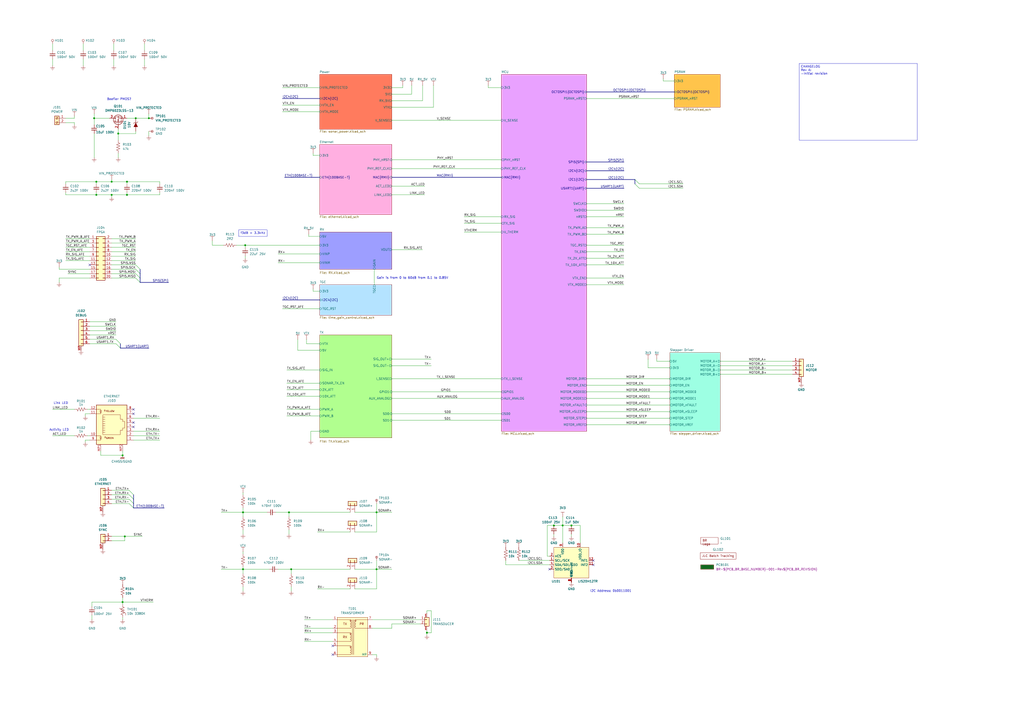
<source format=kicad_sch>
(kicad_sch (version 20250114) (generator "eeschema") (generator_version "9.0")
  (paper "A2")
  (title_block (title "Sonar Development Board") (date "2025-06-13"))
  (bus_alias "100BASE-T" (members "TX+" "TX-" "RX+" "RX-"))
  (bus_alias "I2C" (members "SCL" "SDA"))
  (bus_alias "RMII" (members "MDIO" "MDC" "RXD0" "RXD1" "RXER" "CRSDV" "TXD0" "TXD1" "TXEN"))
  (text "Activity LED" (at 34.29 249.428 0) (effects (font (size 1.27 1.27))))
  (text "Link LED" (at 35.306 233.934 0) (effects (font (size 1.27 1.27))))
  (text "I2C Address: 0b0011001" (at 354.33 342.9 0) (effects (font (size 1.27 1.27))))
  (text "Beefier PMOS?" (at 69.088 57.658 0) (effects (font (size 1.27 1.27))))
  (text "Gain is from 0 to 60dB from 0.1 to 0.85V " (at 239.776 161.29 0) (effects (font (size 1.27 1.27) (thickness 0.1588))))
  (text_box "CHANGELOG\nRev A:\n-Initial revision\n\n" (at 463.55 36.83 0) (size 68.58 44.45) (margins 0.9525 0.9525 0.9525 0.9525) (effects (font (size 1.27 1.27)) (justify left top)))
  (text_box "f3dB = 3.3kHz" (at 138.43 133.35 0) (size 16.51 3.81) (margins 0.9525 0.9525 0.9525 0.9525) (effects (font (size 1.27 1.27)) (justify top)))
  (junction (at 64.77 105.41))
  (junction (at 218.44 297.18))
  (junction (at 218.44 330.2))
  (junction (at 68.58 77.47))
  (junction (at 73.66 113.03))
  (junction (at 168.91 330.2))
  (junction (at 55.88 105.41))
  (junction (at 326.39 304.8))
  (junction (at 78.74 68.58))
  (junction (at 64.77 113.03))
  (junction (at 140.97 330.2))
  (junction (at 142.24 142.24))
  (junction (at 331.47 304.8))
  (junction (at 71.12 264.16))
  (junction (at 86.36 68.58))
  (junction (at 167.64 297.18))
  (junction (at 73.66 105.41))
  (junction (at 321.31 304.8))
  (junction (at 54.61 68.58))
  (junction (at 72.39 311.15))
  (junction (at 140.97 297.18))
  (junction (at 55.88 113.03))
  (junction (at 71.12 349.25))
  (junction (at 247.65 367.03))
  (no_connect (at 77.47 237.49))
  (no_connect (at 344.17 325.12))
  (no_connect (at 193.04 374.65))
  (no_connect (at 77.47 240.03))
  (no_connect (at 52.07 153.67))
  (no_connect (at 318.77 330.2))
  (no_connect (at 77.47 247.65))
  (no_connect (at 344.17 327.66))
  (no_connect (at 77.47 245.11))
  (no_connect (at 193.04 379.73))
  (bus_entry (at 67.31 196.85) (size 2.54 2.54))
  (bus_entry (at 74.93 289.56) (size 2.54 2.54))
  (bus_entry (at 368.3 104.14) (size 2.54 2.54))
  (bus_entry (at 74.93 287.02) (size 2.54 2.54))
  (bus_entry (at 67.31 199.39) (size 2.54 2.54))
  (bus_entry (at 78.74 158.75) (size 2.54 2.54))
  (bus_entry (at 74.93 284.48) (size 2.54 2.54))
  (bus_entry (at 78.74 156.21) (size 2.54 2.54))
  (bus_entry (at 74.93 292.1) (size 2.54 2.54))
  (bus_entry (at 368.3 106.68) (size 2.54 2.54))
  (bus_entry (at 78.74 153.67) (size 2.54 2.54))
  (bus_entry (at 78.74 161.29) (size 2.54 2.54))
  (wire (pts (xy 38.1 71.12) (xy 43.18 71.12)))
  (wire (pts (xy 269.24 129.54) (xy 290.83 129.54)))
  (wire (pts (xy 238.76 54.61) (xy 238.76 49.53)))
  (wire (pts (xy 215.9 359.41) (xy 243.84 359.41)))
  (wire (pts (xy 340.36 142.24) (xy 361.95 142.24)))
  (wire (pts (xy 177.8 199.39) (xy 185.42 199.39)))
  (bus (pts (xy 77.47 294.64) (xy 95.25 294.64)))
  (bus (pts (xy 163.83 57.15) (xy 185.42 57.15)))
  (wire (pts (xy 39.37 158.75) (xy 52.07 158.75)))
  (wire (pts (xy 227.33 219.71) (xy 290.83 219.71)))
  (wire (pts (xy 331.47 304.8) (xy 336.55 304.8)))
  (wire (pts (xy 66.04 25.4) (xy 66.04 29.21)))
  (wire (pts (xy 140.97 297.18) (xy 154.94 297.18)))
  (wire (pts (xy 64.77 138.43) (xy 78.74 138.43)))
  (wire (pts (xy 340.36 246.38) (xy 388.62 246.38)))
  (wire (pts (xy 78.74 68.58) (xy 86.36 68.58)))
  (wire (pts (xy 64.77 148.59) (xy 78.74 148.59)))
  (bus (pts (xy 340.36 109.22) (xy 361.95 109.22)))
  (wire (pts (xy 227.33 144.78) (xy 245.11 144.78)))
  (wire (pts (xy 180.34 250.19) (xy 180.34 255.27)))
  (bus (pts (xy 340.36 104.14) (xy 368.3 104.14)))
  (wire (pts (xy 55.88 113.03) (xy 55.88 111.76)))
  (wire (pts (xy 38.1 138.43) (xy 52.07 138.43)))
  (wire (pts (xy 417.83 209.55) (xy 459.74 209.55)))
  (wire (pts (xy 181.61 168.91) (xy 185.42 168.91)))
  (wire (pts (xy 78.74 76.2) (xy 78.74 77.47)))
  (wire (pts (xy 375.92 208.28) (xy 375.92 213.36)))
  (wire (pts (xy 227.33 62.23) (xy 251.46 62.23)))
  (wire (pts (xy 163.83 64.77) (xy 185.42 64.77)))
  (bus (pts (xy 77.47 287.02) (xy 77.47 289.56)))
  (wire (pts (xy 73.66 113.03) (xy 92.71 113.03)))
  (wire (pts (xy 227.33 231.14) (xy 290.83 231.14)))
  (wire (pts (xy 176.53 372.11) (xy 193.04 372.11)))
  (wire (pts (xy 72.39 311.15) (xy 82.55 311.15)))
  (wire (pts (xy 250.19 367.03) (xy 247.65 367.03)))
  (wire (pts (xy 123.19 142.24) (xy 129.54 142.24)))
  (wire (pts (xy 166.37 214.63) (xy 185.42 214.63)))
  (wire (pts (xy 205.74 330.2) (xy 218.44 330.2)))
  (wire (pts (xy 71.12 350.52) (xy 71.12 349.25)))
  (wire (pts (xy 52.07 255.27) (xy 49.53 255.27)))
  (wire (pts (xy 38.1 105.41) (xy 55.88 105.41)))
  (wire (pts (xy 247.65 365.76) (xy 247.65 367.03)))
  (bus (pts (xy 77.47 292.1) (xy 77.47 294.64)))
  (wire (pts (xy 177.8 196.85) (xy 177.8 199.39)))
  (wire (pts (xy 71.12 359.41) (xy 71.12 358.14)))
  (wire (pts (xy 218.44 379.73) (xy 218.44 381)))
  (wire (pts (xy 43.18 252.73) (xy 30.48 252.73)))
  (wire (pts (xy 227.33 364.49) (xy 215.9 364.49)))
  (wire (pts (xy 340.36 135.89) (xy 361.95 135.89)))
  (wire (pts (xy 218.44 297.18) (xy 227.33 297.18)))
  (wire (pts (xy 217.17 156.21) (xy 217.17 165.1)))
  (wire (pts (xy 83.82 25.4) (xy 83.82 29.21)))
  (wire (pts (xy 168.91 330.2) (xy 203.2 330.2)))
  (wire (pts (xy 340.36 125.73) (xy 361.95 125.73)))
  (wire (pts (xy 176.53 367.03) (xy 193.04 367.03)))
  (wire (pts (xy 179.07 137.16) (xy 185.42 137.16)))
  (wire (pts (xy 417.83 217.17) (xy 459.74 217.17)))
  (wire (pts (xy 53.34 356.87) (xy 53.34 359.41)))
  (wire (pts (xy 381 208.28) (xy 381 209.55)))
  (wire (pts (xy 293.37 325.12) (xy 293.37 327.66)))
  (wire (pts (xy 227.33 58.42) (xy 245.11 58.42)))
  (bus (pts (xy 368.3 106.68) (xy 368.3 104.14)))
  (wire (pts (xy 73.66 113.03) (xy 73.66 111.76)))
  (wire (pts (xy 71.12 264.16) (xy 71.12 261.62)))
  (wire (pts (xy 166.37 226.06) (xy 185.42 226.06)))
  (wire (pts (xy 176.53 364.49) (xy 193.04 364.49)))
  (wire (pts (xy 55.88 105.41) (xy 64.77 105.41)))
  (wire (pts (xy 140.97 330.2) (xy 156.21 330.2)))
  (bus (pts (xy 165.1 102.87) (xy 185.42 102.87)))
  (wire (pts (xy 92.71 105.41) (xy 92.71 106.68)))
  (wire (pts (xy 161.29 152.4) (xy 185.42 152.4)))
  (bus (pts (xy 227.33 102.87) (xy 290.83 102.87)))
  (wire (pts (xy 52.07 194.31) (xy 67.31 194.31)))
  (wire (pts (xy 317.5 322.58) (xy 318.77 322.58)))
  (bus (pts (xy 77.47 289.56) (xy 77.47 292.1)))
  (wire (pts (xy 218.44 330.2) (xy 227.33 330.2)))
  (wire (pts (xy 300.99 325.12) (xy 318.77 325.12)))
  (wire (pts (xy 227.33 212.09) (xy 250.19 212.09)))
  (wire (pts (xy 384.81 46.99) (xy 391.16 46.99)))
  (wire (pts (xy 38.1 105.41) (xy 38.1 106.68)))
  (wire (pts (xy 163.83 50.8) (xy 185.42 50.8)))
  (wire (pts (xy 326.39 304.8) (xy 326.39 314.96)))
  (wire (pts (xy 326.39 304.8) (xy 331.47 304.8)))
  (wire (pts (xy 168.91 340.36) (xy 168.91 342.9)))
  (wire (pts (xy 227.33 92.71) (xy 290.83 92.71)))
  (wire (pts (xy 269.24 134.62) (xy 290.83 134.62)))
  (wire (pts (xy 163.83 60.96) (xy 185.42 60.96)))
  (wire (pts (xy 140.97 340.36) (xy 140.97 342.9)))
  (wire (pts (xy 64.77 113.03) (xy 73.66 113.03)))
  (wire (pts (xy 370.84 109.22) (xy 396.24 109.22)))
  (wire (pts (xy 227.33 361.95) (xy 243.84 361.95)))
  (wire (pts (xy 340.36 223.52) (xy 388.62 223.52)))
  (wire (pts (xy 66.04 34.29) (xy 66.04 38.1)))
  (wire (pts (xy 218.44 341.63) (xy 218.44 330.2)))
  (wire (pts (xy 172.72 203.2) (xy 185.42 203.2)))
  (wire (pts (xy 52.07 196.85) (xy 67.31 196.85)))
  (wire (pts (xy 163.83 179.07) (xy 185.42 179.07)))
  (wire (pts (xy 137.16 142.24) (xy 142.24 142.24)))
  (wire (pts (xy 34.29 156.21) (xy 52.07 156.21)))
  (wire (pts (xy 38.1 113.03) (xy 55.88 113.03)))
  (wire (pts (xy 247.65 367.03) (xy 247.65 368.3)))
  (wire (pts (xy 227.33 97.79) (xy 290.83 97.79)))
  (wire (pts (xy 55.88 105.41) (xy 55.88 106.68)))
  (wire (pts (xy 34.29 156.21) (xy 34.29 154.94)))
  (wire (pts (xy 166.37 222.25) (xy 185.42 222.25)))
  (wire (pts (xy 68.58 74.93) (xy 68.58 77.47)))
  (bus (pts (xy 81.28 158.75) (xy 81.28 161.29)))
  (wire (pts (xy 340.36 242.57) (xy 388.62 242.57)))
  (wire (pts (xy 38.1 151.13) (xy 52.07 151.13)))
  (wire (pts (xy 340.36 231.14) (xy 388.62 231.14)))
  (wire (pts (xy 52.07 186.69) (xy 67.31 186.69)))
  (wire (pts (xy 140.97 330.2) (xy 140.97 332.74)))
  (wire (pts (xy 52.07 237.49) (xy 50.8 237.49)))
  (bus (pts (xy 81.28 156.21) (xy 81.28 158.75)))
  (wire (pts (xy 48.26 25.4) (xy 48.26 29.21)))
  (wire (pts (xy 161.29 147.32) (xy 185.42 147.32)))
  (wire (pts (xy 38.1 148.59) (xy 52.07 148.59)))
  (bus (pts (xy 163.83 173.99) (xy 185.42 173.99)))
  (wire (pts (xy 92.71 252.73) (xy 77.47 252.73)))
  (wire (pts (xy 64.77 146.05) (xy 78.74 146.05)))
  (wire (pts (xy 181.61 90.17) (xy 185.42 90.17)))
  (wire (pts (xy 321.31 309.88) (xy 321.31 311.15)))
  (wire (pts (xy 205.74 297.18) (xy 218.44 297.18)))
  (wire (pts (xy 340.36 118.11) (xy 361.95 118.11)))
  (wire (pts (xy 290.83 50.8) (xy 283.21 50.8)))
  (wire (pts (xy 64.77 311.15) (xy 72.39 311.15)))
  (wire (pts (xy 247.65 355.6) (xy 247.65 354.33)))
  (wire (pts (xy 180.34 250.19) (xy 185.42 250.19)))
  (wire (pts (xy 176.53 359.41) (xy 193.04 359.41)))
  (wire (pts (xy 68.58 88.9) (xy 68.58 91.44)))
  (bus (pts (xy 340.36 99.06) (xy 361.95 99.06)))
  (wire (pts (xy 64.77 158.75) (xy 78.74 158.75)))
  (wire (pts (xy 245.11 58.42) (xy 245.11 49.53)))
  (wire (pts (xy 38.1 113.03) (xy 38.1 111.76)))
  (wire (pts (xy 340.36 219.71) (xy 388.62 219.71)))
  (bus (pts (xy 391.16 53.34) (xy 340.36 53.34)))
  (wire (pts (xy 227.33 54.61) (xy 238.76 54.61)))
  (wire (pts (xy 64.77 289.56) (xy 74.93 289.56)))
  (wire (pts (xy 83.82 34.29) (xy 83.82 38.1)))
  (wire (pts (xy 140.97 285.75) (xy 140.97 287.02)))
  (bus (pts (xy 81.28 161.29) (xy 81.28 163.83)))
  (wire (pts (xy 86.36 76.2) (xy 86.36 78.74)))
  (wire (pts (xy 140.97 320.04) (xy 140.97 321.31)))
  (wire (pts (xy 317.5 304.8) (xy 317.5 322.58)))
  (wire (pts (xy 227.33 107.95) (xy 246.38 107.95)))
  (wire (pts (xy 30.48 34.29) (xy 30.48 38.1)))
  (wire (pts (xy 168.91 330.2) (xy 168.91 332.74)))
  (wire (pts (xy 64.77 161.29) (xy 78.74 161.29)))
  (wire (pts (xy 38.1 140.97) (xy 52.07 140.97)))
  (wire (pts (xy 64.77 287.02) (xy 74.93 287.02)))
  (wire (pts (xy 233.68 50.8) (xy 233.68 49.53)))
  (wire (pts (xy 78.74 77.47) (xy 68.58 77.47)))
  (wire (pts (xy 34.29 161.29) (xy 52.07 161.29)))
  (wire (pts (xy 58.42 264.16) (xy 71.12 264.16)))
  (wire (pts (xy 64.77 105.41) (xy 73.66 105.41)))
  (wire (pts (xy 58.42 261.62) (xy 58.42 264.16)))
  (wire (pts (xy 184.15 341.63) (xy 203.2 341.63)))
  (wire (pts (xy 92.71 255.27) (xy 77.47 255.27)))
  (wire (pts (xy 92.71 250.19) (xy 77.47 250.19)))
  (wire (pts (xy 64.77 156.21) (xy 78.74 156.21)))
  (wire (pts (xy 161.29 330.2) (xy 168.91 330.2)))
  (wire (pts (xy 247.65 354.33) (xy 250.19 354.33)))
  (wire (pts (xy 205.74 308.61) (xy 218.44 308.61)))
  (wire (pts (xy 72.39 313.69) (xy 72.39 311.15)))
  (bus (pts (xy 69.85 199.39) (xy 69.85 201.93)))
  (wire (pts (xy 64.77 292.1) (xy 74.93 292.1)))
  (wire (pts (xy 384.81 45.72) (xy 384.81 46.99)))
  (wire (pts (xy 340.36 165.1) (xy 361.95 165.1)))
  (wire (pts (xy 227.33 240.03) (xy 290.83 240.03)))
  (wire (pts (xy 227.33 69.85) (xy 290.83 69.85)))
  (wire (pts (xy 283.21 50.8) (xy 283.21 49.53)))
  (wire (pts (xy 166.37 237.49) (xy 185.42 237.49)))
  (wire (pts (xy 54.61 68.58) (xy 54.61 72.39)))
  (wire (pts (xy 64.77 153.67) (xy 78.74 153.67)))
  (wire (pts (xy 55.88 113.03) (xy 64.77 113.03)))
  (wire (pts (xy 160.02 297.18) (xy 167.64 297.18)))
  (bus (pts (xy 340.36 93.98) (xy 361.95 93.98)))
  (wire (pts (xy 43.18 71.12) (xy 43.18 72.39)))
  (wire (pts (xy 167.64 307.34) (xy 167.64 309.88)))
  (wire (pts (xy 321.31 304.8) (xy 326.39 304.8)))
  (wire (pts (xy 52.07 240.03) (xy 49.53 240.03)))
  (wire (pts (xy 123.19 139.7) (xy 123.19 142.24)))
  (wire (pts (xy 251.46 62.23) (xy 251.46 49.53)))
  (wire (pts (xy 140.97 307.34) (xy 140.97 309.88)))
  (wire (pts (xy 166.37 241.3) (xy 185.42 241.3)))
  (wire (pts (xy 128.27 297.18) (xy 140.97 297.18)))
  (wire (pts (xy 340.36 227.33) (xy 388.62 227.33)))
  (wire (pts (xy 293.37 327.66) (xy 318.77 327.66)))
  (wire (pts (xy 38.1 146.05) (xy 52.07 146.05)))
  (wire (pts (xy 340.36 161.29) (xy 361.95 161.29)))
  (wire (pts (xy 53.34 349.25) (xy 53.34 351.79)))
  (wire (pts (xy 54.61 77.47) (xy 54.61 91.44)))
  (wire (pts (xy 227.33 361.95) (xy 227.33 364.49)))
  (wire (pts (xy 64.77 151.13) (xy 78.74 151.13)))
  (wire (pts (xy 227.33 227.33) (xy 290.83 227.33)))
  (wire (pts (xy 73.66 105.41) (xy 92.71 105.41)))
  (wire (pts (xy 227.33 243.84) (xy 290.83 243.84)))
  (wire (pts (xy 64.77 140.97) (xy 78.74 140.97)))
  (wire (pts (xy 140.97 294.64) (xy 140.97 297.18)))
  (wire (pts (xy 64.77 313.69) (xy 72.39 313.69)))
  (wire (pts (xy 218.44 292.1) (xy 218.44 297.18)))
  (wire (pts (xy 340.36 132.08) (xy 361.95 132.08)))
  (wire (pts (xy 48.26 34.29) (xy 48.26 38.1)))
  (wire (pts (xy 227.33 113.03) (xy 246.38 113.03)))
  (wire (pts (xy 140.97 328.93) (xy 140.97 330.2)))
  (wire (pts (xy 54.61 66.04) (xy 54.61 68.58)))
  (bus (pts (xy 69.85 201.93) (xy 86.36 201.93)))
  (wire (pts (xy 166.37 229.87) (xy 185.42 229.87)))
  (wire (pts (xy 340.36 146.05) (xy 361.95 146.05)))
  (wire (pts (xy 53.34 349.25) (xy 71.12 349.25)))
  (wire (pts (xy 86.36 68.58) (xy 86.36 66.04)))
  (wire (pts (xy 181.61 90.17) (xy 181.61 88.9)))
  (wire (pts (xy 68.58 77.47) (xy 68.58 81.28)))
  (wire (pts (xy 370.84 106.68) (xy 396.24 106.68)))
  (wire (pts (xy 250.19 354.33) (xy 250.19 367.03)))
  (wire (pts (xy 43.18 237.49) (xy 30.48 237.49)))
  (wire (pts (xy 38.1 68.58) (xy 43.18 68.58)))
  (wire (pts (xy 205.74 341.63) (xy 218.44 341.63)))
  (wire (pts (xy 218.44 325.12) (xy 218.44 330.2)))
  (wire (pts (xy 128.27 330.2) (xy 140.97 330.2)))
  (wire (pts (xy 64.77 113.03) (xy 64.77 114.3)))
  (wire (pts (xy 218.44 308.61) (xy 218.44 297.18)))
  (wire (pts (xy 49.53 240.03) (xy 49.53 241.3)))
  (wire (pts (xy 142.24 142.24) (xy 142.24 143.51)))
  (wire (pts (xy 52.07 189.23) (xy 67.31 189.23)))
  (wire (pts (xy 73.66 105.41) (xy 73.66 106.68)))
  (wire (pts (xy 326.39 299.72) (xy 326.39 304.8)))
  (wire (pts (xy 73.66 68.58) (xy 78.74 68.58)))
  (wire (pts (xy 184.15 308.61) (xy 203.2 308.61)))
  (wire (pts (xy 340.36 238.76) (xy 388.62 238.76)))
  (wire (pts (xy 30.48 25.4) (xy 30.48 29.21)))
  (wire (pts (xy 417.83 214.63) (xy 459.74 214.63)))
  (wire (pts (xy 331.47 311.15) (xy 331.47 309.88)))
  (wire (pts (xy 140.97 297.18) (xy 140.97 299.72)))
  (wire (pts (xy 92.71 113.03) (xy 92.71 111.76)))
  (wire (pts (xy 227.33 50.8) (xy 233.68 50.8)))
  (wire (pts (xy 317.5 304.8) (xy 321.31 304.8)))
  (wire (pts (xy 179.07 135.89) (xy 179.07 137.16)))
  (wire (pts (xy 167.64 297.18) (xy 167.64 299.72)))
  (wire (pts (xy 340.36 149.86) (xy 361.95 149.86)))
  (wire (pts (xy 43.18 67.31) (xy 43.18 68.58)))
  (wire (pts (xy 340.36 121.92) (xy 361.95 121.92)))
  (wire (pts (xy 71.12 346.71) (xy 71.12 349.25)))
  (wire (pts (xy 52.07 199.39) (xy 67.31 199.39)))
  (wire (pts (xy 167.64 297.18) (xy 203.2 297.18)))
  (wire (pts (xy 52.07 252.73) (xy 50.8 252.73)))
  (wire (pts (xy 64.77 284.48) (xy 74.93 284.48)))
  (wire (pts (xy 38.1 143.51) (xy 52.07 143.51)))
  (wire (pts (xy 381 209.55) (xy 388.62 209.55)))
  (wire (pts (xy 34.29 161.29) (xy 34.29 163.83)))
  (wire (pts (xy 88.9 349.25) (xy 71.12 349.25)))
  (wire (pts (xy 172.72 203.2) (xy 172.72 196.85)))
  (wire (pts (xy 181.61 168.91) (xy 181.61 167.64)))
  (wire (pts (xy 269.24 125.73) (xy 290.83 125.73)))
  (wire (pts (xy 417.83 212.09) (xy 459.74 212.09)))
  (wire (pts (xy 336.55 304.8) (xy 336.55 314.96)))
  (wire (pts (xy 142.24 142.24) (xy 185.42 142.24)))
  (wire (pts (xy 64.77 104.14) (xy 64.77 105.41)))
  (wire (pts (xy 49.53 255.27) (xy 49.53 256.54)))
  (bus (pts (xy 81.28 163.83) (xy 97.79 163.83)))
  (wire (pts (xy 142.24 148.59) (xy 142.24 149.86)))
  (wire (pts (xy 54.61 68.58) (xy 63.5 68.58)))
  (wire (pts (xy 375.92 213.36) (xy 388.62 213.36)))
  (wire (pts (xy 52.07 191.77) (xy 67.31 191.77)))
  (wire (pts (xy 340.36 153.67) (xy 361.95 153.67)))
  (wire (pts (xy 227.33 208.28) (xy 250.19 208.28)))
  (wire (pts (xy 340.36 57.15) (xy 391.16 57.15)))
  (wire (pts (xy 215.9 379.73) (xy 218.44 379.73)))
  (wire (pts (xy 340.36 234.95) (xy 388.62 234.95)))
  (wire (pts (xy 64.77 143.51) (xy 78.74 143.51)))
  (wire (pts (xy 92.71 242.57) (xy 77.47 242.57)))
  (label "ETH.RX-" (at 92.71 242.57 180) (property "Netclass" "MDI" (effects (hide yes))))
  (label "ETH{100BASE-T}" (at 165.1 102.87 0))
  (label "I2C1{I2C}" (at 361.95 104.14 180))
  (label "I2C4{I2C}" (at 163.83 57.15 0))
  (label "MAC{RMII}" (at 262.89 102.87 180))
  (label "LINK_LED" (at 246.38 113.03 180))
  (label "TGC_RST_AFE" (at 163.83 179.07 0))
  (label "TX_PWM_B_AFE" (at 38.1 138.43 0))
  (label "SWCLK" (at 67.31 189.23 180))
  (label "TGC_RST" (at 361.95 142.24 180))
  (label "SYNC" (at 39.37 158.75 0))
  (label "RX+" (at 184.15 308.61 0))
  (label "MOTOR_EN" (at 363.22 223.52 0))
  (label "ETH.TX-" (at 92.71 252.73 180) (property "Netclass" "MDI" (effects (hide yes))))
  (label "SWCLK" (at 361.95 118.11 180))
  (label "ETH.RX-" (at 74.93 289.56 180))
  (label "TX_2X_ATT" (at 166.37 226.06 0))
  (label "TX_10X_ATT" (at 166.37 229.87 0))
  (label "TX_EN" (at 78.74 146.05 180))
  (label "TX_PWM_B" (at 361.95 135.89 180))
  (label "MOTOR_A+" (at 434.34 209.55 0))
  (label "TX_PWM_A" (at 78.74 140.97 180))
  (label "MOTOR_B+" (at 434.34 217.17 0))
  (label "ETH.RX+" (at 74.93 287.02 180))
  (label "TX_SIG_AFE" (at 166.37 214.63 0))
  (label "TX_SIG" (at 78.74 151.13 180))
  (label "TX_SIG" (at 269.24 129.54 0))
  (label "SD1" (at 261.62 243.84 180))
  (label "GPIO1" (at 261.62 227.33 180))
  (label "TGC_RST_AFE" (at 38.1 143.51 0))
  (label "SPI5{SPI}" (at 361.95 93.98 180))
  (label "ETH.TX+" (at 92.71 255.27 180) (property "Netclass" "MDI" (effects (hide yes))))
  (label "OCTOSPI1{OCTOSPI}" (at 374.65 53.34 180))
  (label "VTHERM" (at 269.24 134.62 0))
  (label "ETH.TX-" (at 74.93 292.1 180))
  (label "MOTOR_MODE1" (at 363.22 231.14 0))
  (label "PSRAM_nRST" (at 370.84 57.15 180))
  (label "I2C4{I2C}" (at 361.95 99.06 180))
  (label "SPI5{SPI}" (at 97.79 163.83 180))
  (label "I2C1.SDA" (at 306.07 327.66 0))
  (label "MOTOR_VREF" (at 363.22 246.38 0))
  (label "TX_PWM_B_AFE" (at 166.37 241.3 0))
  (label "SYNC" (at 82.55 311.15 180))
  (label "TX_PWM_A_AFE" (at 38.1 140.97 0))
  (label "VTX_MODE" (at 163.83 64.77 0))
  (label "TX_10X_ATT" (at 361.95 153.67 180))
  (label "MOTOR_DIR" (at 363.22 219.71 0))
  (label "TX-" (at 250.19 212.09 180))
  (label "ETH.RX+" (at 92.71 250.19 180) (property "Netclass" "MDI" (effects (hide yes))))
  (label "MOTOR_A-" (at 434.34 212.09 0))
  (label "MOTOR_MODE0" (at 363.22 227.33 0))
  (label "SPI5.SCK" (at 78.74 156.21 180))
  (label "USART1{UART}" (at 361.95 109.22 180))
  (label "AUX_ANALOG" (at 265.43 231.14 180))
  (label "SONAR-" (at 227.33 330.2 180))
  (label "RX+" (at 161.29 147.32 0))
  (label "ACT_LED" (at 246.38 107.95 180))
  (label "SWDIO" (at 361.95 121.92 180))
  (label "TX+" (at 176.53 359.41 0))
  (label "TX_PWM_B" (at 78.74 138.43 180))
  (label "ETH.TX+" (at 74.93 284.48 180))
  (label "SPI5.MISO" (at 78.74 161.29 180))
  (label "USART1.RX" (at 55.88 196.85 0))
  (label "VTHERM" (at 88.9 349.25 180))
  (label "MOTOR_nFAULT" (at 363.22 234.95 0))
  (label "MOTOR_STEP" (at 363.22 242.57 0))
  (label "RX_SIG" (at 269.24 125.73 0))
  (label "PHY_REF_CLK" (at 264.16 97.79 180))
  (label "VIN_PROTECTED" (at 163.83 50.8 0))
  (label "I2C1.SCL" (at 396.24 106.68 180))
  (label "SPI5.MOSI" (at 78.74 158.75 180))
  (label "RX-" (at 176.53 372.11 0))
  (label "VTX_MODE" (at 361.95 165.1 180))
  (label "TX+" (at 250.19 208.28 180))
  (label "TX_EN" (at 361.95 146.05 180))
  (label "nRST" (at 361.95 125.73 180))
  (label "RX_SIG_AFE" (at 245.11 144.78 180))
  (label "I2C1.SDA" (at 396.24 109.22 180))
  (label "ETH{100BASE-T}" (at 95.25 294.64 180))
  (label "TX_I_SENSE" (at 264.16 219.71 180))
  (label "MOTOR_B-" (at 434.34 214.63 0))
  (label "V_SENSE" (at 261.62 69.85 180))
  (label "RX_SIG_AFE" (at 38.1 148.59 0))
  (label "PHY_nRST" (at 262.89 92.71 180))
  (label "LINK_LED" (at 30.48 237.49 0))
  (label "SWDIO" (at 67.31 191.77 180))
  (label "TX_EN_AFE" (at 166.37 222.25 0))
  (label "SPI5.NSS" (at 78.74 153.67 180))
  (label "SD0" (at 261.62 240.03 180))
  (label "TX_PWM_A" (at 361.95 132.08 180))
  (label "SONAR+" (at 227.33 297.18 180))
  (label "TX_SIG_AFE" (at 38.1 151.13 0))
  (label "I2C4{I2C}" (at 163.83 173.99 0))
  (label "GND" (at 67.31 186.69 180))
  (label "USART1{UART}" (at 86.36 201.93 180))
  (label "USART1.TX" (at 55.88 199.39 0))
  (label "RX_SIG" (at 78.74 148.59 180))
  (label "TX-" (at 128.27 330.2 0))
  (label "TGC_RST" (at 78.74 143.51 180))
  (label "TX+" (at 128.27 297.18 0))
  (label "RX-" (at 161.29 152.4 0))
  (label "MOTOR_nSLEEP" (at 363.22 238.76 0))
  (label "VTX_EN" (at 361.95 161.29 180))
  (label "ACT_LED" (at 30.48 252.73 0))
  (label "TX_PWM_A_AFE" (at 166.37 237.49 0))
  (label "SONAR+" (at 233.68 359.41 0))
  (label "RX+" (at 176.53 367.03 0))
  (label "TX-" (at 176.53 364.49 0))
  (label "TX_2X_ATT" (at 361.95 149.86 180))
  (label "TX_EN_AFE" (at 38.1 146.05 0))
  (label "SONAR-" (at 233.68 361.95 0))
  (label "nRST" (at 67.31 194.31 180))
  (label "RX-" (at 184.15 341.63 0))
  (label "VTX_EN" (at 163.83 60.96 0))
  (label "I2C1.SCL" (at 306.07 325.12 0))
  (symbol (lib_id "BR_Resistors_0402:R_0402_100k") (at 140.97 325.12 0) (unit 1)
    (property "Reference" "R107" (at 143.51 323.8499 0) (effects (justify left)))
    (property "Value" "100k" (at 143.51 326.3899 0) (effects (justify left)))
    (property "Footprint" "BR_Passives:C_0402_1005Metric-minimized" (effects (hide yes)))
    (property "Datasheet" "https://www.yageo.com/upload/media/product/productsearch/datasheet/rchip/PYu-RC_Group_51_RoHS_L_12.pdf" (effects (hide yes)))
    (property "Description" "100k 1% 100ppm 62.5mW Thick Film Resistor 0402" (effects (hide yes)))
    (property "Manufacturer" "YAGEO" (effects (hide yes)))
    (property "Manufacturer Part Num" "RC0402FR-07100KL" (effects (hide yes)))
    (property "BRE Number" "BRE-000290" (effects (hide yes)))
    (property "Supplier 1" "DigiKey" (effects (hide yes)))
    (property "Supplier Part Num 1" "311-100KLRCT-ND" (effects (hide yes)))
    (property "Supplier 2" "DigiKey" (effects (hide yes)))
    (property "Supplier Part Num 2" "311-100KLRTR-ND" (effects (hide yes)))
    (property "Supplier 3" "JLCPCB" (effects (hide yes)))
    (property "Supplier Part Num 3" "C60491" (effects (hide yes)))
    (property "JLCPCB Part Num" "C60491" (effects (hide yes)))
  )
  (symbol (lib_id "BR_Diodes:D_Zener_MM3Z10VT1G") (at 78.74 72.39 90) (mirror x) (unit 1)
    (property "Reference" "D101" (at 72.39 72.39 0))
    (property "Value" "10V" (at 74.93 72.39 0))
    (property "Footprint" "BR_Discretes:D_SOD-323" (effects (hide yes)))
    (property "Datasheet" "https://mm.digikey.com/Volume0/opasdata/d220001/medias/docus/9/MM3ZyyyT1G_SZMM3ZyyyT1G_Series_rev.11_Sep2014.pdf" (effects (hide yes)))
    (property "Description" "Zener Diode 10V Reverse 300 mW SOD-323" (effects (hide yes)))
    (property "Manufacturer" "onsemi" (effects (hide yes)))
    (property "Manufacturer Part Num" "MM3Z10VT1G" (effects (hide yes)))
    (property "Supplier 1" "DigiKey" (effects (hide yes)))
    (property "Supplier Part Num 1" "MM3Z10VT1GOSCT-ND" (effects (hide yes)))
    (property "Supplier 2" "Mouser" (effects (hide yes)))
    (property "Supplier Part Num 2" "863-MM3Z10VT1G" (effects (hide yes)))
    (property "Supplier 3" "JLCPCB" (effects (hide yes)))
    (property "Supplier Part Num 3" "C894520" (effects (hide yes)))
    (property "BRE Number" "BRE-000131" (effects (hide yes)))
    (property "JLCPCB Part Num" "C894520" (effects (hide yes)))
  )
  (symbol (lib_id "BR_Virtual_Parts:GND") (at 59.69 297.18 0) (unit 1)
    (property "Reference" "#PWR0113" (effects (hide yes)))
    (property "Value" "GND" (effects (hide yes)))
  )
  (symbol (lib_id "BR_Virtual_Parts:VCC") (at 172.72 196.85 0) (unit 1)
    (property "Reference" "#PWR0131" (effects (hide yes)))
    (property "Value" "5V" (at 172.72 193.294 0))
    (property "Description" "Power symbol creates a global label with name \"VCC\"" (effects (hide yes)))
  )
  (symbol (lib_id "BR_Capacitors_0805:C_0805_2u2F_100V_X7T_10%") (at 38.1 109.22 0) (unit 1)
    (property "Reference" "C102" (at 40.64 107.9562 0) (effects (justify left)))
    (property "Value" "2u2F 100V" (at 40.64 110.4962 0) (effects (justify left)))
    (property "Footprint" "BR_Passives:C_0805_2012Metric-minimized" (effects (hide yes)))
    (property "Datasheet" "https://search.murata.co.jp/Ceramy/image/img/A01X/G101/ENG/GRM21BD72A225KE01-01A.pdf" (effects (hide yes)))
    (property "Description" "2.2uF 100V X7T 10% Ceramic Capacitor 0805" (effects (hide yes)))
    (property "Manufacturer" "Murata Electronics" (effects (hide yes)))
    (property "Manufacturer Part Num" "GRM21BD72A225KE01L" (effects (hide yes)))
    (property "BRE Number" "BRE-001204" (effects (hide yes)))
    (property "Supplier 1" "DigiKey" (effects (hide yes)))
    (property "Supplier Part Num 1" "490-GRM21BD72A225KE01LCT-ND" (effects (hide yes)))
    (property "Supplier 2" "Mouser" (effects (hide yes)))
    (property "Supplier Part Num 2" "81-GRM21BD72A225KE1L" (effects (hide yes)))
    (property "Supplier 3" "JLCPCB" (effects (hide yes)))
    (property "Supplier Part Num 3" " C2981733" (effects (hide yes)))
    (property "JLCPCB Part Num" "C2981733" (effects (hide yes)))
  )
  (symbol (lib_id "BR_Virtual_Parts:VCC") (at 123.19 139.7 0) (unit 1)
    (property "Reference" "#PWR0156" (effects (hide yes)))
    (property "Value" "3V3" (at 123.19 136.144 0))
    (property "Description" "Power symbol creates a global label with name \"VCC\"" (effects (hide yes)))
  )
  (symbol (lib_id "BR_Virtual_Parts:VCC") (at 71.12 339.09 0) (unit 1)
    (property "Reference" "#PWR0120" (effects (hide yes)))
    (property "Value" "3V3" (at 71.12 335.534 0))
    (property "Description" "Power symbol creates a global label with name \"VCC\"" (effects (hide yes)))
  )
  (symbol (lib_id "BR_Transistors:MFET_P_DMP6023LSS-13") (at 68.58 68.58 90) (unit 1)
    (property "Reference" "Q101" (at 68.58 61.595 90))
    (property "Value" "DMP6023LSS-13" (at 69.215 64.135 90))
    (property "Footprint" "BR_SO:SO-8_3.9x4.9mm_P1.27mm" (effects (hide yes)))
    (property "Datasheet" "https://www.diodes.com/assets/Datasheets/DMP6023LSS.pdf" (effects (hide yes)))
    (property "Description" "P-Ch MOSFET 60 V 6.6A (Ta) 1.2W (Ta) 25mR Logic Level SO-8" (effects (hide yes)))
    (property "Manufacturer" "Diodes Incorporated" (effects (hide yes)))
    (property "Manufacturer Part Num" "DMP6023LSS-13" (effects (hide yes)))
    (property "Supplier 1" "DigiKey" (effects (hide yes)))
    (property "Supplier Part Num 1" "DMP6023LSS-13DICT-ND" (effects (hide yes)))
    (property "Supplier 2" "Mouser" (effects (hide yes)))
    (property "Supplier Part Num 2" "621-DMP6023LSS-13" (effects (hide yes)))
    (property "Supplier 3" "JLCPCB" (effects (hide yes)))
    (property "Supplier Part Num 3" "C154911" (effects (hide yes)))
    (property "BRE Number" "BRE-000414" (effects (hide yes)))
    (property "JLCPCB Part Num" "C154911" (effects (hide yes)))
  )
  (symbol (lib_id "BR_Virtual_Parts:VCC") (at 300.99 317.5 0) (unit 1)
    (property "Reference" "#PWR0145" (effects (hide yes)))
    (property "Value" "3V3" (at 300.99 313.944 0))
    (property "Description" "Power symbol creates a global label with name \"VCC\"" (effects (hide yes)))
  )
  (symbol (lib_id "BR_Virtual_Parts:VCC") (at 251.46 49.53 0) (unit 1)
    (property "Reference" "#PWR0142" (effects (hide yes)))
    (property "Value" "VTX" (at 251.46 45.974 0))
    (property "Description" "Power symbol creates a global label with name \"VCC\"" (effects (hide yes)))
  )
  (symbol (lib_id "BR_Virtual_Parts:GND") (at 83.82 38.1 0) (unit 1)
    (property "Reference" "#PWR0122" (effects (hide yes)))
    (property "Value" "GND" (effects (hide yes)))
  )
  (symbol (lib_id "BR_Virtual_Parts:GND") (at 71.12 359.41 0) (unit 1)
    (property "Reference" "#PWR0121" (effects (hide yes)))
    (property "Value" "GND" (at 71.12 364.49 0))
  )
  (symbol (lib_id "BR_Connectors_Header:Header_Pin_01x02_2.54mm_Vert_PTH") (at 207.01 335.28 270) (unit 1)
    (property "Reference" "J110" (at 208.28 335.2799 90) (effects (justify left)))
    (property "Value" "SONAR-" (at 208.28 337.8199 90) (effects (justify left)))
    (property "Footprint" "BR_Connectors:PinHeader_1x02_P2.54mm_Vertical" (effects (hide yes)))
    (property "Datasheet" "https://lcsc.com/datasheet/lcsc_datasheet_2409302300_XFCN-PZ254V-11-02P_C492401.pdf" (effects (hide yes)))
    (property "Description" "Header Pin 2P 01x02P 2.54mm Pitch Vertical Through Hole 3A" (effects (hide yes)))
    (property "Manufacturer" "XFCN" (effects (hide yes)))
    (property "Manufacturer Part Num" "PZ254V-11-02P" (effects (hide yes)))
    (property "BRE Number" "BRE-001259" (effects (hide yes)))
    (property "JLCPCB Part Num" "C492401" (effects (hide yes)))
  )
  (symbol (lib_id "BR_Virtual_Parts:GND") (at 46.99 203.2 0) (unit 1)
    (property "Reference" "#PWR0106" (effects (hide yes)))
    (property "Value" "GND" (effects (hide yes)))
  )
  (symbol (lib_id "BR_Virtual_Parts:VCC") (at 43.18 67.31 0) (mirror y) (unit 1)
    (property "Reference" "#PWR0104" (effects (hide yes)))
    (property "Value" "VIN" (at 43.18 63.754 0))
    (property "Description" "Power symbol creates a global label with name \"VCC\"" (effects (hide yes)))
  )
  (symbol (lib_id "BR_Virtual_Parts:VCC") (at 179.07 135.89 0) (unit 1)
    (property "Reference" "#PWR0133" (effects (hide yes)))
    (property "Value" "RX_5V" (at 179.07 132.334 0))
    (property "Description" "Power symbol creates a global label with name \"VCC\"" (effects (hide yes)))
  )
  (symbol (lib_id "BR_Connectors_FFC:2328702-6") (at 45.72 185.42 0) (unit 1)
    (property "Reference" "J102" (at 46.99 180.34 0))
    (property "Value" "DEBUG" (at 46.99 182.88 0))
    (property "Footprint" "BR_Connectors_FFC_FPC:TE_2328702-6_1x06-1MP_P0.5mm_Horizontal" (effects (hide yes)))
    (property "Datasheet" "https://www.te.com/usa-en/product-2328702-6.datasheet.pdf" (effects (hide yes)))
    (property "Description" "FPC Connector, Vertical, 0.5mm pitch, 6-pos" (effects (hide yes)))
    (property "Manufacturer" "TE Connectivity AMP Connectors" (effects (hide yes)))
    (property "Manufacturer Part Num" "2328702-6" (effects (hide yes)))
    (property "BRE Number" "BRE-000078" (effects (hide yes)))
    (property "Supplier 1" "DigiKey" (effects (hide yes)))
    (property "Supplier Part Num 1" "A141388CT-ND" (effects (hide yes)))
    (property "Supplier 2" "Mouser" (effects (hide yes)))
    (property "Supplier Part Num 2" "571-2328702-6" (effects (hide yes)))
    (property "Supplier 3" "JLCPCB" (effects (hide yes)))
    (property "Supplier Part Num 3" "C3151647" (effects (hide yes)))
    (property "Label" "LABEL" (effects (hide yes)))
    (property "JLCPCB Part Num" "C3151647" (effects (hide yes)))
  )
  (symbol (lib_id "BR_Resistors_0402:R_0402_2R2") (at 133.35 142.24 90) (unit 1)
    (property "Reference" "R113" (at 133.35 135.89 90))
    (property "Value" "2R2" (at 133.35 138.43 90))
    (property "Footprint" "BR_Passives:R_0402_1005Metric-minimized" (effects (hide yes)))
    (property "Datasheet" "https://jlcpcb.com/api/file/downloadByFileSystemAccessId/8588947077061070848" (effects (hide yes)))
    (property "Description" "2.2R 1% 200ppm 62.5mW Thick Film Resistor 0402" (effects (hide yes)))
    (property "Manufacturer" "YAGEO" (effects (hide yes)))
    (property "Manufacturer Part Num" "RC0402FR-072R2L" (effects (hide yes)))
    (property "BRE Number" "BRE-001225" (effects (hide yes)))
    (property "Supplier 1" "DigiKey" (effects (hide yes)))
    (property "Supplier Part Num 1" "311-2.20LRCT-ND" (effects (hide yes)))
    (property "Supplier 2" "DigiKey" (effects (hide yes)))
    (property "Supplier Part Num 2" "311-2.20LRCT-ND" (effects (hide yes)))
    (property "Supplier 3" "JLCPCB" (effects (hide yes)))
    (property "Supplier Part Num 3" "C327251" (effects (hide yes)))
    (property "JLCPCB Part Num" "C327251" (effects (hide yes)))
  )
  (symbol (lib_id "BR_Capacitors_0805:C_0805_22uF_25V_X5R_20%") (at 142.24 146.05 0) (unit 1)
    (property "Reference" "C115" (at 144.78 144.7862 0) (effects (justify left)))
    (property "Value" "22uF 25V" (at 144.78 147.3262 0) (effects (justify left)))
    (property "Footprint" "BR_Passives:C_0805_2012Metric-minimized" (effects (hide yes)))
    (property "Datasheet" "https://www.yageo.com/upload/media/product/app/datasheet/mlcc/upy-gphc_x5r_4v-to-50v.pdf" (effects (hide yes)))
    (property "Description" "22uF 25V X5R 20% Ceramic Capacitor 0805" (effects (hide yes)))
    (property "Manufacturer" "YAGEO" (effects (hide yes)))
    (property "Manufacturer Part Num" "CC0805MKX5R8BB226" (effects (hide yes)))
    (property "BRE Number" "BRE-000052" (effects (hide yes)))
    (property "Supplier 1" "DigiKey" (effects (hide yes)))
    (property "Supplier Part Num 1" "311-1903-1-ND" (effects (hide yes)))
    (property "Supplier 2" "Mouser" (effects (hide yes)))
    (property "Supplier Part Num 2" "603-CC805MKX5R8BB226" (effects (hide yes)))
    (property "Supplier 3" "JLCPCB" (effects (hide yes)))
    (property "Supplier Part Num 3" "C784585" (effects (hide yes)))
    (property "JLCPCB Part Num" "C784585" (effects (hide yes)))
  )
  (symbol (lib_id "BR_Virtual_Parts:VCC") (at 34.29 154.94 0) (unit 1)
    (property "Reference" "#PWR0102" (effects (hide yes)))
    (property "Value" "3V3" (at 34.29 151.384 0))
    (property "Description" "Power symbol creates a global label with name \"VCC\"" (effects (hide yes)))
  )
  (symbol (lib_id "BR_Resistors_0402:R_0402_100k") (at 140.97 303.53 0) (unit 1)
    (property "Reference" "R106" (at 143.51 302.2599 0) (effects (justify left)))
    (property "Value" "100k" (at 143.51 304.7999 0) (effects (justify left)))
    (property "Footprint" "BR_Passives:C_0402_1005Metric-minimized" (effects (hide yes)))
    (property "Datasheet" "https://www.yageo.com/upload/media/product/productsearch/datasheet/rchip/PYu-RC_Group_51_RoHS_L_12.pdf" (effects (hide yes)))
    (property "Description" "100k 1% 100ppm 62.5mW Thick Film Resistor 0402" (effects (hide yes)))
    (property "Manufacturer" "YAGEO" (effects (hide yes)))
    (property "Manufacturer Part Num" "RC0402FR-07100KL" (effects (hide yes)))
    (property "BRE Number" "BRE-000290" (effects (hide yes)))
    (property "Supplier 1" "DigiKey" (effects (hide yes)))
    (property "Supplier Part Num 1" "311-100KLRCT-ND" (effects (hide yes)))
    (property "Supplier 2" "DigiKey" (effects (hide yes)))
    (property "Supplier Part Num 2" "311-100KLRTR-ND" (effects (hide yes)))
    (property "Supplier 3" "JLCPCB" (effects (hide yes)))
    (property "Supplier Part Num 3" "C60491" (effects (hide yes)))
    (property "JLCPCB Part Num" "C60491" (effects (hide yes)))
  )
  (symbol (lib_id "BR_Capacitors_0402:C_0402_100nF_50V_X7R_10%_AEC-Q200") (at 30.48 31.75 0) (unit 1)
    (property "Reference" "C101" (at 33.02 30.4862 0) (effects (justify left)))
    (property "Value" "100nF 50V" (at 33.02 33.0262 0) (effects (justify left)))
    (property "Footprint" "BR_Passives:C_0402_1005Metric-minimized" (effects (hide yes)))
    (property "Datasheet" "https://search.murata.co.jp/Ceramy/image/img/A01X/G101/ENG/GCM155R71H104KE02-01.pdf" (effects (hide yes)))
    (property "Description" "100nF 50V X7R 10% Ceramic Capacitor 0402 AEC-Q200" (effects (hide yes)))
    (property "Manufacturer" "Murata Electronics" (effects (hide yes)))
    (property "Manufacturer Part Num" "GCM155R71H104KE02D" (effects (hide yes)))
    (property "BRE Number" "BRE-000010" (effects (hide yes)))
    (property "Supplier 1" "DigiKey" (effects (hide yes)))
    (property "Supplier Part Num 1" "490-10672-2-ND" (effects (hide yes)))
    (property "Supplier 2" "Mouser" (effects (hide yes)))
    (property "Supplier Part Num 2" "81-GCM155R71H104KE2D" (effects (hide yes)))
    (property "Supplier 3" "JLCPCB" (effects (hide yes)))
    (property "Supplier Part Num 3" "C85858" (effects (hide yes)))
    (property "JLCPCB Part Num" "C85858" (effects (hide yes)))
  )
  (symbol (lib_id "BR_Resistors_0402:R_0402_100k") (at 140.97 290.83 0) (unit 1)
    (property "Reference" "R105" (at 143.51 289.5599 0) (effects (justify left)))
    (property "Value" "100k" (at 143.51 292.0999 0) (effects (justify left)))
    (property "Footprint" "BR_Passives:C_0402_1005Metric-minimized" (effects (hide yes)))
    (property "Datasheet" "https://www.yageo.com/upload/media/product/productsearch/datasheet/rchip/PYu-RC_Group_51_RoHS_L_12.pdf" (effects (hide yes)))
    (property "Description" "100k 1% 100ppm 62.5mW Thick Film Resistor 0402" (effects (hide yes)))
    (property "Manufacturer" "YAGEO" (effects (hide yes)))
    (property "Manufacturer Part Num" "RC0402FR-07100KL" (effects (hide yes)))
    (property "BRE Number" "BRE-000290" (effects (hide yes)))
    (property "Supplier 1" "DigiKey" (effects (hide yes)))
    (property "Supplier Part Num 1" "311-100KLRCT-ND" (effects (hide yes)))
    (property "Supplier 2" "DigiKey" (effects (hide yes)))
    (property "Supplier Part Num 2" "311-100KLRTR-ND" (effects (hide yes)))
    (property "Supplier 3" "JLCPCB" (effects (hide yes)))
    (property "Supplier Part Num 3" "C60491" (effects (hide yes)))
    (property "JLCPCB Part Num" "C60491" (effects (hide yes)))
  )
  (symbol (lib_id "BR_Virtual_Parts:GND") (at 49.53 256.54 0) (mirror y) (unit 1)
    (property "Reference" "#PWR0109" (effects (hide yes)))
    (property "Value" "GND" (effects (hide yes)))
  )
  (symbol (lib_id "BR_Connectors:KF128-2.54-2P") (at 33.02 68.58 0) (mirror y) (unit 1)
    (property "Reference" "J101" (at 33.02 62.23 0))
    (property "Value" "POWER" (at 33.02 64.77 0))
    (property "Footprint" "BR_Connectors:KF128-2.54-2P" (effects (hide yes)))
    (property "Datasheet" "https://www.lcsc.com/datasheet/C474920.pdf" (effects (hide yes)))
    (property "Description" "1x2P 8A 130V 2.54mm Screw Terminal Through Hole" (effects (hide yes)))
    (property "Manufacturer" "Cixi Kefa Elec" (effects (hide yes)))
    (property "Manufacturer Part Num" "KF128-2.54-2P" (effects (hide yes)))
    (property "BRE Number" "BRE-001271" (effects (hide yes)))
    (property "JLCPCB Part Num" "C474920" (effects (hide yes)))
  )
  (symbol (lib_id "BR_Virtual_Parts:VCC") (at 64.77 104.14 0) (mirror y) (unit 1)
    (property "Reference" "#PWR0115" (effects (hide yes)))
    (property "Value" "VIN_PROTECTED" (at 64.77 100.584 0))
    (property "Description" "Power symbol creates a global label with name \"VCC\"" (effects (hide yes)))
  )
  (symbol (lib_id "BR_Virtual_Parts:GND") (at 86.36 78.74 0) (unit 1)
    (property "Reference" "#PWR0155" (effects (hide yes)))
    (property "Value" "GND" (effects (hide yes)))
  )
  (symbol (lib_id "BR_Virtual_Parts:GND") (at 321.31 311.15 0) (unit 1)
    (property "Reference" "#PWR0146" (effects (hide yes)))
    (property "Value" "GND" (at 321.31 314.96 0))
  )
  (symbol (lib_id "BR_Virtual_Parts:VCC") (at 181.61 167.64 0) (unit 1)
    (property "Reference" "#PWR0136" (effects (hide yes)))
    (property "Value" "3V3" (at 181.61 164.084 0))
    (property "Description" "Power symbol creates a global label with name \"VCC\"" (effects (hide yes)))
  )
  (symbol (lib_id "BR_Virtual_Parts:GND") (at 68.58 91.44 0) (unit 1)
    (property "Reference" "#PWR0118" (effects (hide yes)))
    (property "Value" "GND" (effects (hide yes)))
  )
  (symbol (lib_id "BR_Virtual_Parts:VCC") (at 238.76 49.53 0) (unit 1)
    (property "Reference" "#PWR0139" (effects (hide yes)))
    (property "Value" "5V" (at 238.76 45.974 0))
    (property "Description" "Power symbol creates a global label with name \"VCC\"" (effects (hide yes)))
  )
  (symbol (lib_id "BR_Virtual_Parts:GND") (at 140.97 309.88 0) (unit 1)
    (property "Reference" "#PWR0125" (effects (hide yes)))
    (property "Value" "GND" (effects (hide yes)))
  )
  (symbol (lib_id "BR_Capacitors_0805:C_0805_470nF_100V_X7R_10%") (at 157.48 297.18 90) (unit 1)
    (property "Reference" "C111" (at 157.4863 290.83 90))
    (property "Value" "470nF 100V" (at 157.4863 293.37 90))
    (property "Footprint" "BR_Passives:C_0805_2012Metric-minimized" (effects (hide yes)))
    (property "Datasheet" "https://www.lcsc.com/datasheet/lcsc_datasheet_2006091815_YAGEO-CC0805KKX7R0BB474_C596323.pdf" (effects (hide yes)))
    (property "Description" "470nF 100V X7R 10% Ceramic Capacitor 0805" (effects (hide yes)))
    (property "Manufacturer" "YAGEO" (effects (hide yes)))
    (property "Manufacturer Part Num" "CC0805KKX7R0BB474" (effects (hide yes)))
    (property "BRE Number" "BRE-000054" (effects (hide yes)))
    (property "Supplier 1" "DigiKey" (effects (hide yes)))
    (property "Supplier Part Num 1" "13-CC0805KKX7R0BB474CT-ND" (effects (hide yes)))
    (property "Supplier 2" "Mouser" (effects (hide yes)))
    (property "Supplier Part Num 2" "603-CC0805KX7R0BB474" (effects (hide yes)))
    (property "Supplier 3" "JLCPCB" (effects (hide yes)))
    (property "Supplier Part Num 3" "C596323" (effects (hide yes)))
    (property "JLCPCB Part Num" "C596323" (effects (hide yes)))
  )
  (symbol (lib_id "BR_Virtual_Parts:VCC") (at 283.21 49.53 0) (unit 1)
    (property "Reference" "#PWR0143" (effects (hide yes)))
    (property "Value" "3V3" (at 283.21 45.974 0))
    (property "Description" "Power symbol creates a global label with name \"VCC\"" (effects (hide yes)))
  )
  (symbol (lib_id "BR_Virtual_Parts:VCC") (at 140.97 285.75 0) (unit 1)
    (property "Reference" "#PWR0124" (effects (hide yes)))
    (property "Value" "VTX" (at 140.97 282.194 0))
    (property "Description" "Power symbol creates a global label with name \"VCC\"" (effects (hide yes)))
  )
  (symbol (lib_id "BR_Virtual_Parts:GND_CHASSIS") (at 71.12 264.16 0) (unit 1)
    (property "Reference" "#PWR0119" (effects (hide yes)))
    (property "Value" "CHASSISGND" (at 70.612 267.716 0))
    (property "Description" "Power symbol creates a global label with name \"CHASSISGND\" , global ground" (effects (hide yes)))
  )
  (symbol (lib_id "BR_Connectors_JST_GH:SM04B-GHS-TB") (at 58.42 283.21 0) (unit 1)
    (property "Reference" "J105" (at 59.69 278.13 0))
    (property "Value" "ETHERNET" (at 59.69 280.67 0))
    (property "Footprint" "BR_Connectors_JST:SM04B-GHS-TB" (effects (hide yes)))
    (property "Datasheet" "https://www.jst-mfg.com/product/pdf/eng/eGH.pdf" (effects (hide yes)))
    (property "Description" "JST-GH Connector 4-pos, P=1.25mm, 1A 50V 30mΩ, 26-30awg, Horizontal" (effects (hide yes)))
    (property "Manufacturer" "JST" (effects (hide yes)))
    (property "Manufacturer Part Num" "SM04B-GHS-TB" (effects (hide yes)))
    (property "BRE Number" "BRE-000102" (effects (hide yes)))
    (property "Supplier 1" "DigiKey" (effects (hide yes)))
    (property "Supplier Part Num 1" "455-1566-1-ND" (effects (hide yes)))
    (property "Supplier 3" "JLCPCB" (effects (hide yes)))
    (property "Supplier Part Num 3" "C189895" (effects (hide yes)))
    (property "Supplier 2" "DigiKey" (effects (hide yes)))
    (property "Supplier Part Num 2" "455-1566-2-ND" (effects (hide yes)))
    (property "JLCPCB Part Num" "C189895" (effects (hide yes)))
  )
  (symbol (lib_id "BR_Virtual_Parts:GND") (at 331.47 337.82 0) (unit 1)
    (property "Reference" "#PWR0149" (effects (hide yes)))
    (property "Value" "GND" (at 331.47 341.63 0))
  )
  (symbol (lib_id "BR_Virtual_Parts:GND") (at 180.34 255.27 0) (unit 1)
    (property "Reference" "#PWR0134" (effects (hide yes)))
    (property "Value" "GND" (effects (hide yes)))
  )
  (symbol (lib_id "BR_Connectors:TP_Ring_PTH") (at 86.36 76.2 270) (unit 1)
    (property "Reference" "TP102" (at 90.17 74.9299 90) (effects (justify left)))
    (property "Value" "GND" (at 90.17 77.4699 90) (effects (justify left)))
    (property "Footprint" "BR_Connectors:TEST-TH_BD2.54-P1.4_RED" (effects (hide yes)))
    (property "Datasheet" "https://wmsc.lcsc.com/wmsc/upload/file/pdf/v2/lcsc/2307040929_ronghe-RH-5000_C5277086.pdf" (effects (hide yes)))
    (property "Description" "Ring Test Point for Probe(s) PTH" (effects (hide yes)))
    (property "Manufacturer" "ronghe" (effects (hide yes)))
    (property "Manufacturer Part Num" "RH-5000" (effects (hide yes)))
    (property "BRE Number" "BRE-000074" (effects (hide yes)))
    (property "Supplier 1" "DigiKey" (effects (hide yes)))
    (property "Supplier 2" "Mouser" (effects (hide yes)))
    (property "Supplier 3" "JLCPCB" (effects (hide yes)))
    (property "Supplier Part Num 3" "C5277086" (effects (hide yes)))
    (property "Label" "LABEL" (effects (hide yes)))
    (property "JLCPCB Part Num" "C5277086" (effects (hide yes)))
  )
  (symbol (lib_id "BR_Capacitors_0805:C_0805_2u2F_100V_X7T_10%") (at 55.88 109.22 0) (unit 1)
    (property "Reference" "C106" (at 58.42 107.9562 0) (effects (justify left)))
    (property "Value" "2u2F 100V" (at 58.42 110.4962 0) (effects (justify left)))
    (property "Footprint" "BR_Passives:C_0805_2012Metric-minimized" (effects (hide yes)))
    (property "Datasheet" "https://search.murata.co.jp/Ceramy/image/img/A01X/G101/ENG/GRM21BD72A225KE01-01A.pdf" (effects (hide yes)))
    (property "Description" "2.2uF 100V X7T 10% Ceramic Capacitor 0805" (effects (hide yes)))
    (property "Manufacturer" "Murata Electronics" (effects (hide yes)))
    (property "Manufacturer Part Num" "GRM21BD72A225KE01L" (effects (hide yes)))
    (property "BRE Number" "BRE-001204" (effects (hide yes)))
    (property "Supplier 1" "DigiKey" (effects (hide yes)))
    (property "Supplier Part Num 1" "490-GRM21BD72A225KE01LCT-ND" (effects (hide yes)))
    (property "Supplier 2" "Mouser" (effects (hide yes)))
    (property "Supplier Part Num 2" "81-GRM21BD72A225KE1L" (effects (hide yes)))
    (property "Supplier 3" "JLCPCB" (effects (hide yes)))
    (property "Supplier Part Num 3" " C2981733" (effects (hide yes)))
    (property "JLCPCB Part Num" "C2981733" (effects (hide yes)))
  )
  (symbol (lib_id "BR_Capacitors_0603:C_0603_220nF_100V_X7S_10%") (at 92.71 109.22 0) (unit 1)
    (property "Reference" "C110" (at 95.25 107.9562 0) (effects (justify left)))
    (property "Value" "220nF 100V" (at 95.25 110.4962 0) (effects (justify left)))
    (property "Footprint" "BR_Passives:C_0603_1608Metric-minimized" (effects (hide yes)))
    (property "Datasheet" "https://mm.digikey.com/Volume0/opasdata/d220001/medias/docus/2270/HMK107C7224KAHTE_SS.pdf" (effects (hide yes)))
    (property "Description" "220nF 100V X7S 10% Ceramic Capacitor 0603" (effects (hide yes)))
    (property "Manufacturer" "Taiyo Yuden" (effects (hide yes)))
    (property "Manufacturer Part Num" "HMK107C7224KAHTE" (effects (hide yes)))
    (property "BRE Number" "BRE-001203" (effects (hide yes)))
    (property "Package" "0603" (effects (hide yes)))
    (property "Supplier 1" "JLCPCB" (effects (hide yes)))
    (property "Supplier Part Num 1" "C2169715" (effects (hide yes)))
    (property "JLCPCB Part Num" "C2169715" (effects (hide yes)))
  )
  (symbol (lib_id "BR_Resistors_0201:R_0201_47k") (at 68.58 85.09 0) (unit 1)
    (property "Reference" "R103" (at 71.12 83.8199 0) (effects (justify left)))
    (property "Value" "47k" (at 71.12 86.3599 0) (effects (justify left)))
    (property "Footprint" "BR_Passives:R_0201_0603Metric-minimized" (effects (hide yes)))
    (property "Datasheet" "https://www.lcsc.com/datasheet/lcsc_datasheet_2304140030_YAGEO-RC0201FR-0747KL_C138139.pdf" (effects (hide yes)))
    (property "Description" "47k 1% 200ppm 50mW Thick Film Resistor 0201" (effects (hide yes)))
    (property "Manufacturer" "YAGEO" (effects (hide yes)))
    (property "Manufacturer Part Num" "RC0201FR-0747KL" (effects (hide yes)))
    (property "Supplier 1" "DigiKey" (effects (hide yes)))
    (property "Supplier Part Num 1" "311-47KMCT-ND" (effects (hide yes)))
    (property "Supplier 2" "Mouser" (effects (hide yes)))
    (property "Supplier Part Num 2" "603-RC0201FR-0747KL" (effects (hide yes)))
    (property "Supplier 3" "JLCPCB" (effects (hide yes)))
    (property "Supplier Part Num 3" "C138139" (effects (hide yes)))
    (property "BRE Number" "BRE-000278" (effects (hide yes)))
    (property "JLCPCB Part Num" "C138139" (effects (hide yes)))
  )
  (symbol (lib_id "BR_Virtual_Parts:VCC") (at 293.37 317.5 0) (unit 1)
    (property "Reference" "#PWR0144" (effects (hide yes)))
    (property "Value" "3V3" (at 293.37 313.944 0))
    (property "Description" "Power symbol creates a global label with name \"VCC\"" (effects (hide yes)))
  )
  (symbol (lib_id "BR_Virtual_Parts:M3_Clearance_Plated_6mm") (at 30.48 25.4 0) (unit 1) (exclude_from_sim yes) (in_bom no)
    (property "Reference" "H101" (at 31.75 23.4949 0) (effects (justify left)))
    (property "Value" "M3_Clearance_Plated_6mm" (effects (hide yes)))
    (property "Footprint" "BR_Virtual_Parts:M3_Clearance_Plated_6mm" (effects (hide yes)))
    (property "Description" "M3_Clearance_Plated" (effects (hide yes)))
  )
  (symbol (lib_id "BR_Virtual_Parts:VCC") (at 181.61 88.9 0) (unit 1)
    (property "Reference" "#PWR0135" (effects (hide yes)))
    (property "Value" "3V3" (at 181.61 85.344 0))
    (property "Description" "Power symbol creates a global label with name \"VCC\"" (effects (hide yes)))
  )
  (symbol (lib_id "BR_Resistors_0402:R_0402_1k") (at 46.99 252.73 270) (mirror x) (unit 1)
    (property "Reference" "R102" (at 46.99 248.158 90))
    (property "Value" "1k" (at 46.99 250.19 90))
    (property "Footprint" "BR_Passives:C_0402_1005Metric-minimized" (effects (hide yes)))
    (property "Datasheet" "https://www.yageo.com/upload/media/product/app/datasheet/rchip/pyu-rc_group_51_rohs_l.pdf" (effects (hide yes)))
    (property "Description" "1k 1% 100ppm 62.5mW Thick Film Resistor 0402" (effects (hide yes)))
    (property "Manufacturer" "YAGEO" (effects (hide yes)))
    (property "Manufacturer Part Num" "RC0402FR-071KL" (effects (hide yes)))
    (property "BRE Number" "BRE-000311" (effects (hide yes)))
    (property "Supplier 1" "DigiKey" (effects (hide yes)))
    (property "Supplier Part Num 1" "311-1.00KLRCT-ND" (effects (hide yes)))
    (property "Supplier 2" "DigiKey" (effects (hide yes)))
    (property "Supplier Part Num 2" "311-1.00KLRTR-ND" (effects (hide yes)))
    (property "Supplier 3" "JLCPCB" (effects (hide yes)))
    (property "Supplier Part Num 3" "C106235" (effects (hide yes)))
    (property "JLCPCB Part Num" "C106235" (effects (hide yes)))
  )
  (symbol (lib_id "BR_Sensors:LIS2DH12TR") (at 331.47 327.66 0) (unit 1)
    (property "Reference" "U101" (at 322.58 337.185 0))
    (property "Value" "LIS2DH12TR" (at 340.995 337.185 0))
    (property "Footprint" "BR_IC:LGA-12_2x2mm_P1mm" (effects (hide yes)))
    (property "Datasheet" "https://www.st.com/content/ccc/resource/technical/document/datasheet/12/c0/5c/36/b9/58/46/f2/DM00091513.pdf/files/DM00091513.pdf/jcr:content/translations/en.DM00091513.pdf" (effects (hide yes)))
    (property "Description" "Accelerometer X, Y, Z Axis ±2g, 4g, 8g, 16g 0.5Hz ~ 672Hz 12-LGA (2x2)" (effects (hide yes)))
    (property "Manufacturer" "STMicroelectronics" (effects (hide yes)))
    (property "Manufacturer Part Num" "LIS2DH12TR" (effects (hide yes)))
    (property "Supplier 1" "DigiKey" (effects (hide yes)))
    (property "Supplier Part Num 1" "497-14851-1-ND" (effects (hide yes)))
    (property "Supplier 2" "Mouser" (effects (hide yes)))
    (property "Supplier Part Num 2" "511-LIS2DH12TR" (effects (hide yes)))
    (property "Supplier 3" "JLCPCB" (effects (hide yes)))
    (property "Supplier Part Num 3" "C110926" (effects (hide yes)))
    (property "BRE Number" "BRE-000388" (effects (hide yes)))
    (property "JLCPCB Part Num" "C110926" (effects (hide yes)))
  )
  (symbol (lib_id "BR_Connectors:TP_Ring_PTH") (at 218.44 325.12 0) (unit 1)
    (property "Reference" "TP104" (at 219.71 321.9449 0) (effects (justify left)))
    (property "Value" "SONAR-" (at 219.71 324.4849 0) (effects (justify left)))
    (property "Footprint" "BR_Connectors:TEST-TH_BD2.54-P1.4_RED" (effects (hide yes)))
    (property "Datasheet" "https://wmsc.lcsc.com/wmsc/upload/file/pdf/v2/lcsc/2307040929_ronghe-RH-5000_C5277086.pdf" (effects (hide yes)))
    (property "Description" "Ring Test Point for Probe(s) PTH" (effects (hide yes)))
    (property "Manufacturer" "ronghe" (effects (hide yes)))
    (property "Manufacturer Part Num" "RH-5000" (effects (hide yes)))
    (property "BRE Number" "BRE-000074" (effects (hide yes)))
    (property "Supplier 1" "DigiKey" (effects (hide yes)))
    (property "Supplier 2" "Mouser" (effects (hide yes)))
    (property "Supplier 3" "JLCPCB" (effects (hide yes)))
    (property "Supplier Part Num 3" "C5277086" (effects (hide yes)))
    (property "Label" "LABEL" (effects (hide yes)))
    (property "JLCPCB Part Num" "C5277086" (effects (hide yes)))
  )
  (symbol (lib_id "BR_Virtual_Parts:GND") (at 54.61 91.44 0) (unit 1)
    (property "Reference" "#PWR0112" (effects (hide yes)))
    (property "Value" "GND" (effects (hide yes)))
  )
  (symbol (lib_id "BR_Virtual_Parts:VCC") (at 86.36 66.04 0) (mirror y) (unit 1)
    (property "Reference" "#PWR0123" (effects (hide yes)))
    (property "Value" "VIN_PROTECTED" (at 86.36 62.484 0))
    (property "Description" "Power symbol creates a global label with name \"VCC\"" (effects (hide yes)))
  )
  (symbol (lib_id "BR_Virtual_Parts:GND") (at 331.47 311.15 0) (unit 1)
    (property "Reference" "#PWR0148" (effects (hide yes)))
    (property "Value" "GND" (at 331.47 314.96 0))
  )
  (symbol (lib_id "BR_Virtual_Parts:GND") (at 49.53 241.3 0) (mirror y) (unit 1)
    (property "Reference" "#PWR0108" (effects (hide yes)))
    (property "Value" "GND" (effects (hide yes)))
  )
  (symbol (lib_id "BR_Virtual_Parts:PCB") (at 410.21 328.93 0) (unit 1) (in_bom no)
    (property "Reference" "PCB101" (at 415.29 327.6599 0) (effects (justify left)))
    (property "Value" "Unpopulated PCB" (effects (hide yes)))
    (property "Footprint" "BR_Virtual_Parts:BR_NUMS" (effects (hide yes)))
    (property "Description" "An item representing the bare board in the PCBA" (effects (hide yes)))
    (property "Manufacturer" "Blue Robotics" (effects (hide yes)))
    (property "Manufacturer Part Num" "BR-${PCB_BR_BASE_NUMBER}-001-Rev${PCB_BR_REVISION}" (at 415.29 330.1999 0) (effects (justify left)))
  )
  (symbol (lib_id "BR_Capacitors_0402:C_0402_100nF_50V_X7R_10%_AEC-Q200") (at 83.82 31.75 0) (unit 1)
    (property "Reference" "C109" (at 86.36 30.4862 0) (effects (justify left)))
    (property "Value" "100nF 50V" (at 86.36 33.0262 0) (effects (justify left)))
    (property "Footprint" "BR_Passives:C_0402_1005Metric-minimized" (effects (hide yes)))
    (property "Datasheet" "https://search.murata.co.jp/Ceramy/image/img/A01X/G101/ENG/GCM155R71H104KE02-01.pdf" (effects (hide yes)))
    (property "Description" "100nF 50V X7R 10% Ceramic Capacitor 0402 AEC-Q200" (effects (hide yes)))
    (property "Manufacturer" "Murata Electronics" (effects (hide yes)))
    (property "Manufacturer Part Num" "GCM155R71H104KE02D" (effects (hide yes)))
    (property "BRE Number" "BRE-000010" (effects (hide yes)))
    (property "Supplier 1" "DigiKey" (effects (hide yes)))
    (property "Supplier Part Num 1" "490-10672-2-ND" (effects (hide yes)))
    (property "Supplier 2" "Mouser" (effects (hide yes)))
    (property "Supplier Part Num 2" "81-GCM155R71H104KE2D" (effects (hide yes)))
    (property "Supplier 3" "JLCPCB" (effects (hide yes)))
    (property "Supplier Part Num 3" "C85858" (effects (hide yes)))
    (property "JLCPCB Part Num" "C85858" (effects (hide yes)))
  )
  (symbol (lib_id "BR_Virtual_Parts:GND") (at 142.24 149.86 0) (unit 1)
    (property "Reference" "#PWR0154" (effects (hide yes)))
    (property "Value" "GND" (at 142.24 154.94 0))
  )
  (symbol (lib_id "BR_Virtual_Parts:GND") (at 64.77 114.3 0) (unit 1)
    (property "Reference" "#PWR0116" (effects (hide yes)))
    (property "Value" "GND" (effects (hide yes)))
  )
  (symbol (lib_id "BR_Connectors_Header:Header_Pin_02x10_2.54mm_Vert_PTH") (at 58.42 148.59 0) (unit 1)
    (property "Reference" "J104" (at 58.42 132.08 0))
    (property "Value" "FPGA" (at 58.42 134.62 0))
    (property "Footprint" "BR_Connectors:HDR-SMD_20P-P2.54-V-M-R2-C10-S7.5" (effects (hide yes)))
    (property "Datasheet" "https://www.lcsc.com/datasheet/lcsc_datasheet_2411220452_INCP-IPCP254M20PB28S_C22438450.pdf" (effects (hide yes)))
    (property "Description" "Header Pin Connector 02x10 2.54mm_VERT_SMD" (effects (hide yes)))
    (property "Manufacturer" "INCP" (effects (hide yes)))
    (property "Manufacturer Part Num" "IPCP254M20PB28S" (effects (hide yes)))
    (property "BRE Number" "BRE-001120" (effects (hide yes)))
    (property "JLCPCB Part Num" "C6332235" (effects (hide yes)))
  )
  (symbol (lib_id "BR_Virtual_Parts:VCC") (at 140.97 320.04 0) (unit 1)
    (property "Reference" "#PWR0126" (effects (hide yes)))
    (property "Value" "VTX" (at 140.97 316.484 0))
    (property "Description" "Power symbol creates a global label with name \"VCC\"" (effects (hide yes)))
  )
  (symbol (lib_id "BR_Connectors_Header:Header_Pin_01x02_2.54mm_Vert_PTH") (at 207.01 290.83 270) (unit 1)
    (property "Reference" "J107" (at 208.28 290.8299 90) (effects (justify left)))
    (property "Value" "SONAR+" (at 208.28 293.3699 90) (effects (justify left)))
    (property "Footprint" "BR_Connectors:PinHeader_1x02_P2.54mm_Vertical" (effects (hide yes)))
    (property "Datasheet" "https://lcsc.com/datasheet/lcsc_datasheet_2409302300_XFCN-PZ254V-11-02P_C492401.pdf" (effects (hide yes)))
    (property "Description" "Header Pin 2P 01x02P 2.54mm Pitch Vertical Through Hole 3A" (effects (hide yes)))
    (property "Manufacturer" "XFCN" (effects (hide yes)))
    (property "Manufacturer Part Num" "PZ254V-11-02P" (effects (hide yes)))
    (property "BRE Number" "BRE-001259" (effects (hide yes)))
    (property "JLCPCB Part Num" "C492401" (effects (hide yes)))
  )
  (symbol (lib_id "BR_Virtual_Parts:GND") (at 30.48 38.1 0) (unit 1)
    (property "Reference" "#PWR0101" (effects (hide yes)))
    (property "Value" "GND" (effects (hide yes)))
  )
  (symbol (lib_id "BR_Virtual_Parts:VCC") (at 375.92 208.28 0) (unit 1)
    (property "Reference" "#PWR0150" (effects (hide yes)))
    (property "Value" "3V3" (at 375.92 204.724 0))
    (property "Description" "Power symbol creates a global label with name \"VCC\"" (effects (hide yes)))
  )
  (symbol (lib_id "BR_Virtual_Parts:GND") (at 43.18 72.39 0) (unit 1)
    (property "Reference" "#PWR0105" (effects (hide yes)))
    (property "Value" "GND" (effects (hide yes)))
  )
  (symbol (lib_id "BR_Capacitors_0402:C_0402_100nF_50V_X7R_10%_AEC-Q200") (at 48.26 31.75 0) (unit 1)
    (property "Reference" "C103" (at 50.8 30.4862 0) (effects (justify left)))
    (property "Value" "100nF 50V" (at 50.8 33.0262 0) (effects (justify left)))
    (property "Footprint" "BR_Passives:C_0402_1005Metric-minimized" (effects (hide yes)))
    (property "Datasheet" "https://search.murata.co.jp/Ceramy/image/img/A01X/G101/ENG/GCM155R71H104KE02-01.pdf" (effects (hide yes)))
    (property "Description" "100nF 50V X7R 10% Ceramic Capacitor 0402 AEC-Q200" (effects (hide yes)))
    (property "Manufacturer" "Murata Electronics" (effects (hide yes)))
    (property "Manufacturer Part Num" "GCM155R71H104KE02D" (effects (hide yes)))
    (property "BRE Number" "BRE-000010" (effects (hide yes)))
    (property "Supplier 1" "DigiKey" (effects (hide yes)))
    (property "Supplier Part Num 1" "490-10672-2-ND" (effects (hide yes)))
    (property "Supplier 2" "Mouser" (effects (hide yes)))
    (property "Supplier Part Num 2" "81-GCM155R71H104KE2D" (effects (hide yes)))
    (property "Supplier 3" "JLCPCB" (effects (hide yes)))
    (property "Supplier Part Num 3" "C85858" (effects (hide yes)))
    (property "JLCPCB Part Num" "C85858" (effects (hide yes)))
  )
  (symbol (lib_id "BR_Virtual_Parts:GND") (at 59.69 318.77 0) (unit 1)
    (property "Reference" "#PWR0114" (effects (hide yes)))
    (property "Value" "GND" (effects (hide yes)))
  )
  (symbol (lib_id "BR_Resistors_0402:R_0402_100k") (at 140.97 336.55 0) (unit 1)
    (property "Reference" "R108" (at 143.51 335.2799 0) (effects (justify left)))
    (property "Value" "100k" (at 143.51 337.8199 0) (effects (justify left)))
    (property "Footprint" "BR_Passives:C_0402_1005Metric-minimized" (effects (hide yes)))
    (property "Datasheet" "https://www.yageo.com/upload/media/product/productsearch/datasheet/rchip/PYu-RC_Group_51_RoHS_L_12.pdf" (effects (hide yes)))
    (property "Description" "100k 1% 100ppm 62.5mW Thick Film Resistor 0402" (effects (hide yes)))
    (property "Manufacturer" "YAGEO" (effects (hide yes)))
    (property "Manufacturer Part Num" "RC0402FR-07100KL" (effects (hide yes)))
    (property "BRE Number" "BRE-000290" (effects (hide yes)))
    (property "Supplier 1" "DigiKey" (effects (hide yes)))
    (property "Supplier Part Num 1" "311-100KLRCT-ND" (effects (hide yes)))
    (property "Supplier 2" "DigiKey" (effects (hide yes)))
    (property "Supplier Part Num 2" "311-100KLRTR-ND" (effects (hide yes)))
    (property "Supplier 3" "JLCPCB" (effects (hide yes)))
    (property "Supplier Part Num 3" "C60491" (effects (hide yes)))
    (property "JLCPCB Part Num" "C60491" (effects (hide yes)))
  )
  (symbol (lib_id "BR_Capacitors_1210:C_1210_10uF_100V_X7S_10%") (at 54.61 74.93 0) (unit 1)
    (property "Reference" "C105" (at 55.626 73.152 0) (effects (justify left)))
    (property "Value" "10uF 100V" (at 55.626 76.708 0) (effects (justify left)))
    (property "Footprint" "BR_Passives:C_1210_3225Metric" (effects (hide yes)))
    (property "Datasheet" "https://search.murata.co.jp/Ceramy/image/img/A01X/G101/ENG/GRM32EC72A106KE05-01.pdf" (effects (hide yes)))
    (property "Description" "10uF 100V X7S 10% Ceramic Capacitor 1210" (effects (hide yes)))
    (property "Manufacturer" "Murata Electronics" (effects (hide yes)))
    (property "Manufacturer Part Num" "GRM32EC72A106KE05L" (effects (hide yes)))
    (property "Supplier 1" "DigiKey" (effects (hide yes)))
    (property "Supplier Part Num 1" "490-16266-1-ND" (effects (hide yes)))
    (property "Supplier 2" "Mouser" (effects (hide yes)))
    (property "Supplier Part Num 2" "81-GRM32EC72A106KE05" (effects (hide yes)))
    (property "Supplier 3" "JLCPCB" (effects (hide yes)))
    (property "Supplier Part Num 3" "C576517" (effects (hide yes)))
    (property "BRE Number" "BRE-000064" (effects (hide yes)))
    (property "JLCPCB Part Num" "C576517" (effects (hide yes)))
  )
  (symbol (lib_id "BR_Virtual_Parts:VCC") (at 177.8 196.85 0) (unit 1)
    (property "Reference" "#PWR0132" (effects (hide yes)))
    (property "Value" "VTX" (at 177.8 193.294 0))
    (property "Description" "Power symbol creates a global label with name \"VCC\"" (effects (hide yes)))
  )
  (symbol (lib_id "BR_Virtual_Parts:GND") (at 140.97 342.9 0) (unit 1)
    (property "Reference" "#PWR0127" (effects (hide yes)))
    (property "Value" "GND" (effects (hide yes)))
  )
  (symbol (lib_id "BR_Virtual_Parts:GND") (at 218.44 381 0) (unit 1)
    (property "Reference" "#PWR0137" (effects (hide yes)))
    (property "Value" "GND" (effects (hide yes)))
  )
  (symbol (lib_id "BR_Virtual_Parts:M3_Clearance_Plated_6mm") (at 83.82 25.4 0) (unit 1) (exclude_from_sim yes) (in_bom no)
    (property "Reference" "H104" (at 85.09 23.4949 0) (effects (justify left)))
    (property "Value" "M3_Clearance_Plated_6mm" (effects (hide yes)))
    (property "Footprint" "BR_Virtual_Parts:M3_Clearance_Plated_6mm" (effects (hide yes)))
    (property "Description" "M3_Clearance_Plated" (effects (hide yes)))
  )
  (symbol (lib_id "BR_Virtual_Parts:VCC") (at 245.11 49.53 0) (unit 1)
    (property "Reference" "#PWR0140" (effects (hide yes)))
    (property "Value" "RX_5V" (at 245.11 45.974 0))
    (property "Description" "Power symbol creates a global label with name \"VCC\"" (effects (hide yes)))
  )
  (symbol (lib_id "BR_Sensors:Thermistor_0201_10k_3380K") (at 71.12 354.33 0) (unit 1)
    (property "Reference" "TH101" (at 73.66 353.3775 0) (effects (justify left)))
    (property "Value" "10k 3380K" (at 73.66 355.9175 0) (effects (justify left)))
    (property "Footprint" "BR_Passives:R_0201_0603Metric-minimized" (effects (hide yes)))
    (property "Datasheet" "https://www.murata.com/~/media/webrenewal/support/library/catalog/products/thermistor/r01e.ashx" (effects (hide yes)))
    (property "Description" "10k 1% 3380k NTC Thermistor 0201" (effects (hide yes)))
    (property "Manufacturer" "Murata Electronics" (effects (hide yes)))
    (property "Manufacturer Part Num" "NCP03XH103F05RL" (effects (hide yes)))
    (property "Supplier 1" "Digikey" (effects (hide yes)))
    (property "Supplier Part Num 1" "490-11806-2-ND" (effects (hide yes)))
    (property "Supplier 2" "Mouser" (effects (hide yes)))
    (property "Supplier Part Num 2" "81-NCP03XH103F05RL" (effects (hide yes)))
    (property "Supplier 3" "JLCPCB" (effects (hide yes)))
    (property "Supplier Part Num 3" "C98098" (effects (hide yes)))
    (property "BRE Number" "BRE-000391" (effects (hide yes)))
    (property "JLCPCB Part Num" "C98098" (effects (hide yes)))
  )
  (symbol (lib_id "BR_Resistors_0402:R_0402_100k") (at 168.91 336.55 0) (unit 1)
    (property "Reference" "R110" (at 171.45 335.2799 0) (effects (justify left)))
    (property "Value" "100k" (at 171.45 337.8199 0) (effects (justify left)))
    (property "Footprint" "BR_Passives:C_0402_1005Metric-minimized" (effects (hide yes)))
    (property "Datasheet" "https://www.yageo.com/upload/media/product/productsearch/datasheet/rchip/PYu-RC_Group_51_RoHS_L_12.pdf" (effects (hide yes)))
    (property "Description" "100k 1% 100ppm 62.5mW Thick Film Resistor 0402" (effects (hide yes)))
    (property "Manufacturer" "YAGEO" (effects (hide yes)))
    (property "Manufacturer Part Num" "RC0402FR-07100KL" (effects (hide yes)))
    (property "BRE Number" "BRE-000290" (effects (hide yes)))
    (property "Supplier 1" "DigiKey" (effects (hide yes)))
    (property "Supplier Part Num 1" "311-100KLRCT-ND" (effects (hide yes)))
    (property "Supplier 2" "DigiKey" (effects (hide yes)))
    (property "Supplier Part Num 2" "311-100KLRTR-ND" (effects (hide yes)))
    (property "Supplier 3" "JLCPCB" (effects (hide yes)))
    (property "Supplier Part Num 3" "C60491" (effects (hide yes)))
    (property "JLCPCB Part Num" "C60491" (effects (hide yes)))
  )
  (symbol (lib_id "BR_Virtual_Parts:BR_Logo_BIG") (at 411.48 314.96 0) (unit 1) (in_bom no)
    (property "Reference" "GL101" (at 417.83 312.4199 0) (effects (justify left)))
    (property "Value" "~" (at 417.83 314.9599 0) (effects (justify left)))
    (property "Footprint" "BR_Virtual_Parts:BR_Logo_BIG" (effects (hide yes)))
  )
  (symbol (lib_id "BR_Connectors_Header:Header_Pin_01x02_2.54mm_Vert_PTH") (at 207.01 302.26 270) (unit 1)
    (property "Reference" "J108" (at 208.28 302.2599 90) (effects (justify left)))
    (property "Value" "SONAR+" (at 208.28 304.7999 90) (effects (justify left)))
    (property "Footprint" "BR_Connectors:PinHeader_1x02_P2.54mm_Vertical" (effects (hide yes)))
    (property "Datasheet" "https://lcsc.com/datasheet/lcsc_datasheet_2409302300_XFCN-PZ254V-11-02P_C492401.pdf" (effects (hide yes)))
    (property "Description" "Header Pin 2P 01x02P 2.54mm Pitch Vertical Through Hole 3A" (effects (hide yes)))
    (property "Manufacturer" "XFCN" (effects (hide yes)))
    (property "Manufacturer Part Num" "PZ254V-11-02P" (effects (hide yes)))
    (property "BRE Number" "BRE-001259" (effects (hide yes)))
    (property "JLCPCB Part Num" "C492401" (effects (hide yes)))
  )
  (symbol (lib_id "BR_Connectors:TP_Ring_PTH") (at 86.36 68.58 270) (unit 1)
    (property "Reference" "TP101" (at 90.17 67.3099 90) (effects (justify left)))
    (property "Value" "VIN_PROTECTED" (at 90.17 69.8499 90) (effects (justify left)))
    (property "Footprint" "BR_Connectors:TEST-TH_BD2.54-P1.4_RED" (effects (hide yes)))
    (property "Datasheet" "https://wmsc.lcsc.com/wmsc/upload/file/pdf/v2/lcsc/2307040929_ronghe-RH-5000_C5277086.pdf" (effects (hide yes)))
    (property "Description" "Ring Test Point for Probe(s) PTH" (effects (hide yes)))
    (property "Manufacturer" "ronghe" (effects (hide yes)))
    (property "Manufacturer Part Num" "RH-5000" (effects (hide yes)))
    (property "BRE Number" "BRE-000074" (effects (hide yes)))
    (property "Supplier 1" "DigiKey" (effects (hide yes)))
    (property "Supplier 2" "Mouser" (effects (hide yes)))
    (property "Supplier 3" "JLCPCB" (effects (hide yes)))
    (property "Supplier Part Num 3" "C5277086" (effects (hide yes)))
    (property "Label" "LABEL" (effects (hide yes)))
    (property "JLCPCB Part Num" "C5277086" (effects (hide yes)))
  )
  (symbol (lib_id "BR_Connectors_JST_PA:SM02B-PASS-TBT") (at 248.92 358.14 0) (mirror y) (unit 1)
    (property "Reference" "J111" (at 250.952 359.41 0) (effects (justify right)))
    (property "Value" "TRANSDUCER" (at 250.952 361.95 0) (effects (justify right)))
    (property "Footprint" "BR_Connector_JST_misc:SM02B-PASS-TBT" (effects (hide yes)))
    (property "Datasheet" "https://www.jst-mfg.com/product/pdf/eng/ePA-F.pdf" (effects (hide yes)))
    (property "Description" "JST-PA Connector 2-pos, P=2mm, 3A 250V 10mΩ, 22-28awg, Horizontal" (effects (hide yes)))
    (property "Manufacturer" "JST" (effects (hide yes)))
    (property "Manufacturer Part Num" "SM02B-PASS-TBT" (effects (hide yes)))
    (property "BRE Number" "BRE-000105" (effects (hide yes)))
    (property "Supplier 1" "DigiKey" (effects (hide yes)))
    (property "Supplier Part Num 1" "455-SM02B-PASS-TBTCT-ND" (effects (hide yes)))
    (property "Supplier 3" "JLCPCB" (effects (hide yes)))
    (property "Supplier Part Num 3" "C265417" (effects (hide yes)))
    (property "Supplier 2" "Mouser" (effects (hide yes)))
    (property "Supplier Part Num 2" "306-SM02BPASSTBTLFSN" (effects (hide yes)))
    (property "JLCPCB Part Num" "C265417" (effects (hide yes)))
  )
  (symbol (lib_id "BR_Resistors_0201:R_0201_10k") (at 293.37 321.31 0) (unit 1)
    (property "Reference" "R111" (at 294.894 320.04 0) (effects (justify left)))
    (property "Value" "10k" (at 294.894 322.58 0) (effects (justify left)))
    (property "Footprint" "BR_Passives:R_0201_0603Metric-minimized" (effects (hide yes)))
    (property "Datasheet" "https://www.yageo.com/upload/media/product/products/datasheet/rchip/PYu-RC_Group_51_RoHS_L_12.pdf" (effects (hide yes)))
    (property "Description" "10k 1% 200ppm 50mW Thick Film Resistor 0201" (effects (hide yes)))
    (property "Manufacturer" "YAGEO" (effects (hide yes)))
    (property "Manufacturer Part Num" "RC0201FR-0710KL" (effects (hide yes)))
    (property "Supplier 1" "DigiKey" (effects (hide yes)))
    (property "Supplier Part Num 1" "311-10.0KMCT-ND" (effects (hide yes)))
    (property "Supplier 2" "Mouser" (effects (hide yes)))
    (property "Supplier Part Num 2" "603-RC0201FR-0710KL" (effects (hide yes)))
    (property "Supplier 3" "JLCPCB" (effects (hide yes)))
    (property "Supplier Part Num 3" "C106225" (effects (hide yes)))
    (property "BRE Number" "BRE-000261" (effects (hide yes)))
    (property "JLCPCB Part Num" "C106225" (effects (hide yes)))
  )
  (symbol (lib_id "BR_Virtual_Parts:VCC") (at 326.39 299.72 0) (unit 1)
    (property "Reference" "#PWR0147" (effects (hide yes)))
    (property "Value" "3V3" (at 326.39 294.64 0))
    (property "Description" "Power symbol creates a global label with name \"VCC\"" (effects (hide yes)))
  )
  (symbol (lib_id "BR_Capacitors_0603:C_0603_220nF_100V_X7S_10%") (at 73.66 109.22 0) (unit 1)
    (property "Reference" "C108" (at 76.2 107.9562 0) (effects (justify left)))
    (property "Value" "220nF 100V" (at 76.2 110.4962 0) (effects (justify left)))
    (property "Footprint" "BR_Passives:C_0603_1608Metric-minimized" (effects (hide yes)))
    (property "Datasheet" "https://mm.digikey.com/Volume0/opasdata/d220001/medias/docus/2270/HMK107C7224KAHTE_SS.pdf" (effects (hide yes)))
    (property "Description" "220nF 100V X7S 10% Ceramic Capacitor 0603" (effects (hide yes)))
    (property "Manufacturer" "Taiyo Yuden" (effects (hide yes)))
    (property "Manufacturer Part Num" "HMK107C7224KAHTE" (effects (hide yes)))
    (property "BRE Number" "BRE-001203" (effects (hide yes)))
    (property "Package" "0603" (effects (hide yes)))
    (property "Supplier 1" "JLCPCB" (effects (hide yes)))
    (property "Supplier Part Num 1" "C2169715" (effects (hide yes)))
    (property "JLCPCB Part Num" "C2169715" (effects (hide yes)))
  )
  (symbol (lib_id "BR_Virtual_Parts:GND") (at 167.64 309.88 0) (unit 1)
    (property "Reference" "#PWR0128" (effects (hide yes)))
    (property "Value" "GND" (effects (hide yes)))
  )
  (symbol (lib_id "BR_Capacitors_0201:C_0201_100nF_25V_X7R_10%") (at 321.31 307.34 0) (unit 1)
    (property "Reference" "C113" (at 318.135 300.355 0) (effects (justify left)))
    (property "Value" "100nF 25V" (at 314.325 302.895 0) (effects (justify left)))
    (property "Footprint" "BR_Passives:C_0201_0603Metric-minimized" (effects (hide yes)))
    (property "Datasheet" "https://www.lcsc.com/datasheet/lcsc_datasheet_2108070630_Murata-Electronics-GRM033R61E104KE14J_C2649540.pdf" (effects (hide yes)))
    (property "Description" "100nF 25V X5R 10% Ceramic Capacitor 0201" (effects (hide yes)))
    (property "Manufacturer" "Murata Electronics" (effects (hide yes)))
    (property "Manufacturer Part Num" "GRM033R61E104KE14J" (effects (hide yes)))
    (property "Supplier 1" "DigiKey" (effects (hide yes)))
    (property "Supplier Part Num 1" "490-14571-1-ND" (effects (hide yes)))
    (property "Supplier 2" "Mouser" (effects (hide yes)))
    (property "Supplier Part Num 2" "81-GRM033R61E104KE4J" (effects (hide yes)))
    (property "Supplier 3" "JLCPCB" (effects (hide yes)))
    (property "Supplier Part Num 3" "C2649540" (effects (hide yes)))
    (property "BRE Number" "BRE-000000" (effects (hide yes)))
    (property "JLCPCB Part Num" "C76939" (effects (hide yes)))
  )
  (symbol (lib_id "BR_Capacitors_0402:C_0402_1uF_50V_X5R_20%") (at 331.47 307.34 180) (unit 1)
    (property "Reference" "C114" (at 333.375 300.355 0) (effects (justify left)))
    (property "Value" "1uF 50V" (at 335.915 302.895 0) (effects (justify left)))
    (property "Footprint" "BR_Passives:C_0402_1005Metric-minimized" (effects (hide yes)))
    (property "Datasheet" "https://search.murata.co.jp/Ceramy/image/img/A01X/G101/ENG/GRM155R61H105KE05-01A.pdf" (effects (hide yes)))
    (property "Description" "1uF 50V X5R 5% Ceramic Capacitor 0402" (effects (hide yes)))
    (property "Manufacturer" "Murata Electronics" (effects (hide yes)))
    (property "Manufacturer Part Num" "GRM155R61H105KE05D" (effects (hide yes)))
    (property "Supplier 1" "DigiKey" (effects (hide yes)))
    (property "Supplier Part Num 1" "490-GRM155R61H105KE05DCT-ND" (effects (hide yes)))
    (property "Supplier 2" "Mouser" (effects (hide yes)))
    (property "Supplier Part Num 2" "81-GRM155R61H105KE5D" (effects (hide yes)))
    (property "Supplier 3" "JLCPCB" (effects (hide yes)))
    (property "Supplier Part Num 3" "C1518208" (effects (hide yes)))
    (property "BRE Number" "BRE-000020" (effects (hide yes)))
  )
  (symbol (lib_id "BR_Capacitors_0805:C_0805_470nF_100V_X7R_10%") (at 158.75 330.2 90) (unit 1)
    (property "Reference" "C112" (at 158.7563 323.85 90))
    (property "Value" "470nF 100V" (at 158.7563 326.39 90))
    (property "Footprint" "BR_Passives:C_0805_2012Metric-minimized" (effects (hide yes)))
    (property "Datasheet" "https://www.lcsc.com/datasheet/lcsc_datasheet_2006091815_YAGEO-CC0805KKX7R0BB474_C596323.pdf" (effects (hide yes)))
    (property "Description" "470nF 100V X7R 10% Ceramic Capacitor 0805" (effects (hide yes)))
    (property "Manufacturer" "YAGEO" (effects (hide yes)))
    (property "Manufacturer Part Num" "CC0805KKX7R0BB474" (effects (hide yes)))
    (property "BRE Number" "BRE-000054" (effects (hide yes)))
    (property "Supplier 1" "DigiKey" (effects (hide yes)))
    (property "Supplier Part Num 1" "13-CC0805KKX7R0BB474CT-ND" (effects (hide yes)))
    (property "Supplier 2" "Mouser" (effects (hide yes)))
    (property "Supplier Part Num 2" "603-CC0805KX7R0BB474" (effects (hide yes)))
    (property "Supplier 3" "JLCPCB" (effects (hide yes)))
    (property "Supplier Part Num 3" "C596323" (effects (hide yes)))
    (property "JLCPCB Part Num" "C596323" (effects (hide yes)))
  )
  (symbol (lib_id "BR_Resistors_0201:R_0201_10k") (at 71.12 342.9 0) (unit 1)
    (property "Reference" "R104" (at 72.644 341.63 0) (effects (justify left)))
    (property "Value" "10k" (at 72.644 344.17 0) (effects (justify left)))
    (property "Footprint" "BR_Passives:R_0201_0603Metric-minimized" (effects (hide yes)))
    (property "Datasheet" "https://www.yageo.com/upload/media/product/products/datasheet/rchip/PYu-RC_Group_51_RoHS_L_12.pdf" (effects (hide yes)))
    (property "Description" "10k 1% 200ppm 50mW Thick Film Resistor 0201" (effects (hide yes)))
    (property "Manufacturer" "YAGEO" (effects (hide yes)))
    (property "Manufacturer Part Num" "RC0201FR-0710KL" (effects (hide yes)))
    (property "Supplier 1" "DigiKey" (effects (hide yes)))
    (property "Supplier Part Num 1" "311-10.0KMCT-ND" (effects (hide yes)))
    (property "Supplier 2" "Mouser" (effects (hide yes)))
    (property "Supplier Part Num 2" "603-RC0201FR-0710KL" (effects (hide yes)))
    (property "Supplier 3" "JLCPCB" (effects (hide yes)))
    (property "Supplier Part Num 3" "C106225" (effects (hide yes)))
    (property "BRE Number" "BRE-000261" (effects (hide yes)))
    (property "JLCPCB Part Num" "C106225" (effects (hide yes)))
  )
  (symbol (lib_id "BR_Virtual_Parts:M3_Clearance_Plated_6mm") (at 48.26 25.4 0) (unit 1) (exclude_from_sim yes) (in_bom no)
    (property "Reference" "H102" (at 49.53 23.4949 0) (effects (justify left)))
    (property "Value" "M3_Clearance_Plated_6mm" (effects (hide yes)))
    (property "Footprint" "BR_Virtual_Parts:M3_Clearance_Plated_6mm" (effects (hide yes)))
    (property "Description" "M3_Clearance_Plated" (effects (hide yes)))
  )
  (symbol (lib_id "BR_Connectors:TP_Ring_PTH") (at 218.44 292.1 0) (unit 1)
    (property "Reference" "TP103" (at 219.71 288.9249 0) (effects (justify left)))
    (property "Value" "SONAR+" (at 219.71 291.4649 0) (effects (justify left)))
    (property "Footprint" "BR_Connectors:TEST-TH_BD2.54-P1.4_RED" (effects (hide yes)))
    (property "Datasheet" "https://wmsc.lcsc.com/wmsc/upload/file/pdf/v2/lcsc/2307040929_ronghe-RH-5000_C5277086.pdf" (effects (hide yes)))
    (property "Description" "Ring Test Point for Probe(s) PTH" (effects (hide yes)))
    (property "Manufacturer" "ronghe" (effects (hide yes)))
    (property "Manufacturer Part Num" "RH-5000" (effects (hide yes)))
    (property "BRE Number" "BRE-000074" (effects (hide yes)))
    (property "Supplier 1" "DigiKey" (effects (hide yes)))
    (property "Supplier 2" "Mouser" (effects (hide yes)))
    (property "Supplier 3" "JLCPCB" (effects (hide yes)))
    (property "Supplier Part Num 3" "C5277086" (effects (hide yes)))
    (property "Label" "LABEL" (effects (hide yes)))
    (property "JLCPCB Part Num" "C5277086" (effects (hide yes)))
  )
  (symbol (lib_id "BR_Virtual_Parts:GND") (at 34.29 163.83 0) (unit 1)
    (property "Reference" "#PWR0103" (effects (hide yes)))
    (property "Value" "GND" (effects (hide yes)))
  )
  (symbol (lib_id "BR_Connectors_JST_GH:SM02B-GHS-TB") (at 58.42 309.88 0) (unit 1)
    (property "Reference" "J106" (at 59.69 304.8 0))
    (property "Value" "SYNC" (at 59.69 307.34 0))
    (property "Footprint" "BR_Connectors_JST:SM02B-GHS-TB" (effects (hide yes)))
    (property "Datasheet" "https://www.jst-mfg.com/product/pdf/eng/eGH.pdf" (effects (hide yes)))
    (property "Description" "JST-GH Connector 2-pos, P=1.25mm, 1A 50V 30mΩ, 26-30awg, Horizontal" (effects (hide yes)))
    (property "Manufacturer" "JST" (effects (hide yes)))
    (property "Manufacturer Part Num" "SM02B-GHS-TB" (effects (hide yes)))
    (property "BRE Number" "BRE-000100" (effects (hide yes)))
    (property "Supplier 1" "DigiKey" (effects (hide yes)))
    (property "Supplier Part Num 1" "455-1564-1-ND" (effects (hide yes)))
    (property "Supplier 3" "JLCPCB" (effects (hide yes)))
    (property "Supplier Part Num 3" "C189893" (effects (hide yes)))
    (property "Supplier 2" "DigiKey" (effects (hide yes)))
    (property "Supplier Part Num 2" "455-1564-2-ND" (effects (hide yes)))
    (property "JLCPCB Part Num" "C189893" (effects (hide yes)))
  )
  (symbol (lib_id "BR_Virtual_Parts:VCC") (at 384.81 45.72 0) (unit 1)
    (property "Reference" "#PWR0152" (effects (hide yes)))
    (property "Value" "3V3" (at 384.81 42.164 0))
    (property "Description" "Power symbol creates a global label with name \"VCC\"" (effects (hide yes)))
  )
  (symbol (lib_id "BR_Capacitors_0201:C_0201_100nF_25V_X7R_10%") (at 53.34 354.33 0) (unit 1)
    (property "Reference" "C104" (at 54.356 352.552 0) (effects (justify left)))
    (property "Value" "100nF 25V" (at 54.356 356.108 0) (effects (justify left)))
    (property "Footprint" "BR_Passives:C_0201_0603Metric-minimized" (effects (hide yes)))
    (property "Datasheet" "https://www.lcsc.com/datasheet/lcsc_datasheet_2108070630_Murata-Electronics-GRM033R61E104KE14J_C2649540.pdf" (effects (hide yes)))
    (property "Description" "100nF 25V X5R 10% Ceramic Capacitor 0201" (effects (hide yes)))
    (property "Manufacturer" "Murata Electronics" (effects (hide yes)))
    (property "Manufacturer Part Num" "GRM033R61E104KE14J" (effects (hide yes)))
    (property "Supplier 1" "DigiKey" (effects (hide yes)))
    (property "Supplier Part Num 1" "490-14571-1-ND" (effects (hide yes)))
    (property "Supplier 2" "Mouser" (effects (hide yes)))
    (property "Supplier Part Num 2" "81-GRM033R61E104KE4J" (effects (hide yes)))
    (property "Supplier 3" "JLCPCB" (effects (hide yes)))
    (property "Supplier Part Num 3" "C2649540" (effects (hide yes)))
    (property "BRE Number" "BRE-000000" (effects (hide yes)))
    (property "JLCPCB Part Num" "C76939" (effects (hide yes)))
  )
  (symbol (lib_id "BR_Virtual_Parts:VCC") (at 54.61 66.04 0) (mirror y) (unit 1)
    (property "Reference" "#PWR0111" (effects (hide yes)))
    (property "Value" "VIN" (at 54.61 62.484 0))
    (property "Description" "Power symbol creates a global label with name \"VCC\"" (effects (hide yes)))
  )
  (symbol (lib_id "BR_Virtual_Parts:GND") (at 168.91 342.9 0) (unit 1)
    (property "Reference" "#PWR0129" (effects (hide yes)))
    (property "Value" "GND" (effects (hide yes)))
  )
  (symbol (lib_id "BR_Virtual_Parts:GND") (at 464.82 222.25 0) (unit 1)
    (property "Reference" "#PWR0153" (effects (hide yes)))
    (property "Value" "GND" (at 464.82 226.06 0))
  )
  (symbol (lib_id "BR_Connectors_Header:Header_Pin_01x02_2.54mm_Vert_PTH") (at 207.01 323.85 270) (unit 1)
    (property "Reference" "J109" (at 208.28 323.8499 90) (effects (justify left)))
    (property "Value" "SONAR-" (at 208.28 326.3899 90) (effects (justify left)))
    (property "Footprint" "BR_Connectors:PinHeader_1x02_P2.54mm_Vertical" (effects (hide yes)))
    (property "Datasheet" "https://lcsc.com/datasheet/lcsc_datasheet_2409302300_XFCN-PZ254V-11-02P_C492401.pdf" (effects (hide yes)))
    (property "Description" "Header Pin 2P 01x02P 2.54mm Pitch Vertical Through Hole 3A" (effects (hide yes)))
    (property "Manufacturer" "XFCN" (effects (hide yes)))
    (property "Manufacturer Part Num" "PZ254V-11-02P" (effects (hide yes)))
    (property "BRE Number" "BRE-001259" (effects (hide yes)))
    (property "JLCPCB Part Num" "C492401" (effects (hide yes)))
  )
  (symbol (lib_id "BR_Resistors_0402:R_0402_1k") (at 46.99 237.49 270) (mirror x) (unit 1)
    (property "Reference" "R101" (at 46.99 232.664 90))
    (property "Value" "1k" (at 46.99 234.696 90))
    (property "Footprint" "BR_Passives:C_0402_1005Metric-minimized" (effects (hide yes)))
    (property "Datasheet" "https://www.yageo.com/upload/media/product/app/datasheet/rchip/pyu-rc_group_51_rohs_l.pdf" (effects (hide yes)))
    (property "Description" "1k 1% 100ppm 62.5mW Thick Film Resistor 0402" (effects (hide yes)))
    (property "Manufacturer" "YAGEO" (effects (hide yes)))
    (property "Manufacturer Part Num" "RC0402FR-071KL" (effects (hide yes)))
    (property "BRE Number" "BRE-000311" (effects (hide yes)))
    (property "Supplier 1" "DigiKey" (effects (hide yes)))
    (property "Supplier Part Num 1" "311-1.00KLRCT-ND" (effects (hide yes)))
    (property "Supplier 2" "DigiKey" (effects (hide yes)))
    (property "Supplier Part Num 2" "311-1.00KLRTR-ND" (effects (hide yes)))
    (property "Supplier 3" "JLCPCB" (effects (hide yes)))
    (property "Supplier Part Num 3" "C106235" (effects (hide yes)))
    (property "JLCPCB Part Num" "C106235" (effects (hide yes)))
  )
  (symbol (lib_id "BR_Connectors:RJ45_RC01812") (at 55.88 234.95 0) (unit 1)
    (property "Reference" "J103" (at 64.77 232.41 0))
    (property "Value" "ETHERNET" (at 64.77 229.87 0))
    (property "Footprint" "BR_Connectors:RJ45-TH_RC01812" (effects (hide yes)))
    (property "Datasheet" "https://www.lcsc.com/datasheet/lcsc_datasheet_2007281106_RCH-RC01812_C708645.pdf" (effects (hide yes)))
    (property "Description" "RJ45 Receptacle Connector, Low-Profile, with LEDs, No Magnetics SMD+PTH" (effects (hide yes)))
    (property "Manufacturer" "RCH" (effects (hide yes)))
    (property "Manufacturer Part Num" "RC01812" (effects (hide yes)))
    (property "Supplier 1" "Digikey" (effects (hide yes)))
    (property "Supplier 2" "Mouser" (effects (hide yes)))
    (property "Supplier 3" "JLCPCB" (effects (hide yes)))
    (property "Supplier Part Num 3" "C708645" (effects (hide yes)))
    (property "BRE Number" "BRE-000071" (effects (hide yes)))
    (property "JLCPCB Part Num" "C708645" (effects (hide yes)))
  )
  (symbol (lib_id "BR_Virtual_Parts:M3_Clearance_Plated_6mm") (at 66.04 25.4 0) (unit 1) (exclude_from_sim yes) (in_bom no)
    (property "Reference" "H103" (at 67.31 23.4949 0) (effects (justify left)))
    (property "Value" "M3_Clearance_Plated_6mm" (effects (hide yes)))
    (property "Footprint" "BR_Virtual_Parts:M3_Clearance_Plated_6mm" (effects (hide yes)))
    (property "Description" "M3_Clearance_Plated" (effects (hide yes)))
  )
  (symbol (lib_id "BR_Inductors:T_B65655B0010X000") (at 204.47 365.76 0) (unit 1)
    (property "Reference" "T101" (at 204.47 353.06 0))
    (property "Value" "TRANSFORMER" (at 204.47 355.6 0))
    (property "Footprint" "BR_Inductors:B65655B0010X000" (effects (hide yes)))
    (property "Datasheet" "https://www.tdk-electronics.tdk.com/inf/80/db/fer/p_18_11.pdf" (effects (hide yes)))
    (property "Description" "Pot Core Transformer Mounting Assembly 18mmx11mm" (effects (hide yes)))
    (property "Manufacturer" "EPCOS - TDK Electronics" (effects (hide yes)))
    (property "Manufacturer Part Num" "B65655B0010X000" (effects (hide yes)))
    (property "BRE Number" "BRE-001219" (effects (hide yes)))
    (property "Supplier 1" "DigiKey" (effects (hide yes)))
    (property "Supplier Part Num 1" "495-5153-ND" (effects (hide yes)))
    (property "Supplier 2" "Mouser" (effects (hide yes)))
    (property "Supplier Part Num 2" "871-B65655B0010X000" (effects (hide yes)))
    (property "Supplier 3" "JLCPCB" (effects (hide yes)))
  )
  (symbol (lib_id "BR_Virtual_Parts:GND") (at 66.04 38.1 0) (unit 1)
    (property "Reference" "#PWR0117" (effects (hide yes)))
    (property "Value" "GND" (effects (hide yes)))
  )
  (symbol (lib_id "BR_Virtual_Parts:VCC") (at 233.68 49.53 0) (unit 1)
    (property "Reference" "#PWR0138" (effects (hide yes)))
    (property "Value" "3V3" (at 233.68 45.974 0))
    (property "Description" "Power symbol creates a global label with name \"VCC\"" (effects (hide yes)))
  )
  (symbol (lib_id "BR_Virtual_Parts:GND") (at 53.34 359.41 0) (unit 1)
    (property "Reference" "#PWR0110" (effects (hide yes)))
    (property "Value" "GND" (at 53.34 364.49 0))
  )
  (symbol (lib_id "BR_Virtual_Parts:VCC") (at 381 208.28 0) (unit 1)
    (property "Reference" "#PWR0151" (effects (hide yes)))
    (property "Value" "5V" (at 381 204.724 0))
    (property "Description" "Power symbol creates a global label with name \"VCC\"" (effects (hide yes)))
  )
  (symbol (lib_id "BR_Resistors_0201:R_0201_10k") (at 300.99 321.31 0) (unit 1)
    (property "Reference" "R112" (at 302.514 320.04 0) (effects (justify left)))
    (property "Value" "10k" (at 302.514 322.58 0) (effects (justify left)))
    (property "Footprint" "BR_Passives:R_0201_0603Metric-minimized" (effects (hide yes)))
    (property "Datasheet" "https://www.yageo.com/upload/media/product/products/datasheet/rchip/PYu-RC_Group_51_RoHS_L_12.pdf" (effects (hide yes)))
    (property "Description" "10k 1% 200ppm 50mW Thick Film Resistor 0201" (effects (hide yes)))
    (property "Manufacturer" "YAGEO" (effects (hide yes)))
    (property "Manufacturer Part Num" "RC0201FR-0710KL" (effects (hide yes)))
    (property "Supplier 1" "DigiKey" (effects (hide yes)))
    (property "Supplier Part Num 1" "311-10.0KMCT-ND" (effects (hide yes)))
    (property "Supplier 2" "Mouser" (effects (hide yes)))
    (property "Supplier Part Num 2" "603-RC0201FR-0710KL" (effects (hide yes)))
    (property "Supplier 3" "JLCPCB" (effects (hide yes)))
    (property "Supplier Part Num 3" "C106225" (effects (hide yes)))
    (property "BRE Number" "BRE-000261" (effects (hide yes)))
    (property "JLCPCB Part Num" "C106225" (effects (hide yes)))
  )
  (symbol (lib_id "BR_Capacitors_0402:C_0402_100nF_50V_X7R_10%_AEC-Q200") (at 66.04 31.75 0) (unit 1)
    (property "Reference" "C107" (at 68.58 30.4862 0) (effects (justify left)))
    (property "Value" "100nF 50V" (at 68.58 33.0262 0) (effects (justify left)))
    (property "Footprint" "BR_Passives:C_0402_1005Metric-minimized" (effects (hide yes)))
    (property "Datasheet" "https://search.murata.co.jp/Ceramy/image/img/A01X/G101/ENG/GCM155R71H104KE02-01.pdf" (effects (hide yes)))
    (property "Description" "100nF 50V X7R 10% Ceramic Capacitor 0402 AEC-Q200" (effects (hide yes)))
    (property "Manufacturer" "Murata Electronics" (effects (hide yes)))
    (property "Manufacturer Part Num" "GCM155R71H104KE02D" (effects (hide yes)))
    (property "BRE Number" "BRE-000010" (effects (hide yes)))
    (property "Supplier 1" "DigiKey" (effects (hide yes)))
    (property "Supplier Part Num 1" "490-10672-2-ND" (effects (hide yes)))
    (property "Supplier 2" "Mouser" (effects (hide yes)))
    (property "Supplier Part Num 2" "81-GCM155R71H104KE2D" (effects (hide yes)))
    (property "Supplier 3" "JLCPCB" (effects (hide yes)))
    (property "Supplier Part Num 3" "C85858" (effects (hide yes)))
    (property "JLCPCB Part Num" "C85858" (effects (hide yes)))
  )
  (symbol (lib_id "BR_Virtual_Parts:JLC_Number") (at 416.56 322.58 0) (unit 1)
    (property "Reference" "GL102" (at 416.56 318.77 0))
    (property "Footprint" "BR_Virtual_Parts:JLC_Number" (effects (hide yes)))
    (property "Datasheet" "https://jlcpcb.com/help/article/How-to-remove-order-number-from-your-PCB" (effects (hide yes)))
    (property "Description" "Footprint for JLC's batch number marking system" (effects (hide yes)))
  )
  (symbol (lib_id "BR_Resistors_0402:R_0402_100k") (at 167.64 303.53 0) (unit 1)
    (property "Reference" "R109" (at 170.18 302.2599 0) (effects (justify left)))
    (property "Value" "100k" (at 170.18 304.7999 0) (effects (justify left)))
    (property "Footprint" "BR_Passives:C_0402_1005Metric-minimized" (effects (hide yes)))
    (property "Datasheet" "https://www.yageo.com/upload/media/product/productsearch/datasheet/rchip/PYu-RC_Group_51_RoHS_L_12.pdf" (effects (hide yes)))
    (property "Description" "100k 1% 100ppm 62.5mW Thick Film Resistor 0402" (effects (hide yes)))
    (property "Manufacturer" "YAGEO" (effects (hide yes)))
    (property "Manufacturer Part Num" "RC0402FR-07100KL" (effects (hide yes)))
    (property "BRE Number" "BRE-000290" (effects (hide yes)))
    (property "Supplier 1" "DigiKey" (effects (hide yes)))
    (property "Supplier Part Num 1" "311-100KLRCT-ND" (effects (hide yes)))
    (property "Supplier 2" "DigiKey" (effects (hide yes)))
    (property "Supplier Part Num 2" "311-100KLRTR-ND" (effects (hide yes)))
    (property "Supplier 3" "JLCPCB" (effects (hide yes)))
    (property "Supplier Part Num 3" "C60491" (effects (hide yes)))
    (property "JLCPCB Part Num" "C60491" (effects (hide yes)))
  )
  (symbol (lib_id "BR_Virtual_Parts:GND") (at 247.65 368.3 0) (mirror y) (unit 1)
    (property "Reference" "#PWR0141" (effects (hide yes)))
    (property "Value" "GND" (effects (hide yes)))
  )
  (symbol (lib_id "BR_Connectors_JST_GH:SM04B-GHS-TB") (at 466.09 208.28 0) (mirror y) (unit 1)
    (property "Reference" "J112" (at 467.36 212.0899 0) (effects (justify right)))
    (property "Value" "MOTOR" (at 467.36 214.6299 0) (effects (justify right)))
    (property "Footprint" "BR_Connectors_JST:SM04B-GHS-TB" (effects (hide yes)))
    (property "Datasheet" "https://www.jst-mfg.com/product/pdf/eng/eGH.pdf" (effects (hide yes)))
    (property "Description" "JST-GH Connector 4-pos, P=1.25mm, 1A 50V 30mΩ, 26-30awg, Horizontal" (effects (hide yes)))
    (property "Manufacturer" "JST" (effects (hide yes)))
    (property "Manufacturer Part Num" "SM04B-GHS-TB" (effects (hide yes)))
    (property "BRE Number" "BRE-000102" (effects (hide yes)))
    (property "Supplier 1" "DigiKey" (effects (hide yes)))
    (property "Supplier Part Num 1" "455-1566-1-ND" (effects (hide yes)))
    (property "Supplier 3" "JLCPCB" (effects (hide yes)))
    (property "Supplier Part Num 3" "C189895" (effects (hide yes)))
    (property "Supplier 2" "DigiKey" (effects (hide yes)))
    (property "Supplier Part Num 2" "455-1566-2-ND" (effects (hide yes)))
    (property "JLCPCB Part Num" "C189895" (effects (hide yes)))
  )
  (symbol (lib_id "BR_Virtual_Parts:GND") (at 48.26 38.1 0) (unit 1)
    (property "Reference" "#PWR0107" (effects (hide yes)))
    (property "Value" "GND" (effects (hide yes)))
  )
  (sheet (at 185.42 83.82) (size 41.91 40.64) (stroke (width 0.1524)) (fill (color 255 175 225 1.0000))
    (property "Sheetname" "Ethernet" (at 185.42 83.1084 0) (effects (justify left bottom)))
    (property "Sheetfile" "ethernet.kicad_sch" (at 185.42 125.0446 0) (effects (justify left top)))
    (pin "3V3" input (at 185.42 90.17 180))
    (pin "MAC{RMII}" input (at 227.33 102.87 0))
    (pin "ETH{100BASE-T}" input (at 185.42 102.87 180))
    (pin "PHY_nRST" input (at 227.33 92.71 0))
    (pin "PHY_REF_CLK" output (at 227.33 97.79 0))
    (pin "ACT_LED" output (at 227.33 107.95 0))
    (pin "LINK_LED" output (at 227.33 113.03 0))
  )
  (sheet (at 391.16 43.18) (size 26.67 19.05) (stroke (width 0.1524)) (fill (color 255 196 75 1.0000))
    (property "Sheetname" "PSRAM" (at 391.16 42.4684 0) (effects (justify left bottom)))
    (property "Sheetfile" "PSRAM.kicad_sch" (at 391.16 62.8146 0) (effects (justify left top)))
    (pin "OCTOSPI1{OCTOSPI}" bidirectional (at 391.16 53.34 180))
    (pin "PSRAM_nRST" input (at 391.16 57.15 180))
    (pin "3V3" input (at 391.16 46.99 180))
  )
  (sheet (at 185.42 134.62) (size 41.91 21.59) (stroke (width 0.1524)) (fill (color 157 158 255 1.0000))
    (property "Sheetname" "RX" (at 185.42 133.9084 0) (effects (justify left bottom)))
    (property "Sheetfile" "RX.kicad_sch" (at 185.42 157.48 0) (effects (justify left top)))
    (pin "VINP" input (at 185.42 147.32 180))
    (pin "3V3" input (at 185.42 142.24 180))
    (pin "VOUT" output (at 227.33 144.78 0))
    (pin "VINM" input (at 185.42 152.4 180))
    (pin "5V" input (at 185.42 137.16 180))
    (pin "GAIN" input (at 217.17 156.21 270))
  )
  (sheet (at 185.42 43.18) (size 41.91 31.75) (stroke (width 0.1524)) (fill (color 255 123 94 1.0000))
    (property "Sheetname" "Power" (at 185.42 42.4684 0) (effects (justify left bottom)))
    (property "Sheetfile" "sonar_power.kicad_sch" (at 185.42 75.5146 0) (effects (justify left top)))
    (pin "VIN_PROTECTED" input (at 185.42 50.8 180))
    (pin "V_SENSE" output (at 227.33 69.85 0))
    (pin "3V3" output (at 227.33 50.8 0))
    (pin "5V" output (at 227.33 54.61 0))
    (pin "I2C4{I2C}" bidirectional (at 185.42 57.15 180))
    (pin "RX_5V" output (at 227.33 58.42 0))
    (pin "VTX" output (at 227.33 62.23 0))
    (pin "VTX_EN" input (at 185.42 60.96 180))
    (pin "VTX_MODE" input (at 185.42 64.77 180))
  )
  (sheet (at 185.42 165.1) (size 41.91 17.78) (stroke (width 0.1524)) (fill (color 180 227 255 1.0000))
    (property "Sheetname" "TGC" (at 185.42 164.3884 0) (effects (justify left bottom)))
    (property "Sheetfile" "time_gain_control.kicad_sch" (at 185.42 183.4646 0) (effects (justify left top)))
    (pin "3V3" input (at 185.42 168.91 180))
    (pin "I2C4{I2C}" bidirectional (at 185.42 173.99 180))
    (pin "TGC" output (at 217.17 165.1 90))
    (pin "TGC_RST" input (at 185.42 179.07 180))
  )
  (sheet (at 388.62 204.47) (size 29.21 45.72) (stroke (width 0.1524)) (fill (color 157 255 227 1.0000))
    (property "Sheetname" "Stepper Driver" (at 388.62 203.7584 0) (effects (justify left bottom)))
    (property "Sheetfile" "stepper_driver.kicad_sch" (at 388.62 250.7746 0) (effects (justify left top)))
    (pin "3V3" input (at 388.62 213.36 180))
    (pin "5V" input (at 388.62 209.55 180))
    (pin "MOTOR_A+" output (at 417.83 209.55 0))
    (pin "MOTOR_A-" output (at 417.83 212.09 0))
    (pin "MOTOR_B+" output (at 417.83 217.17 0))
    (pin "MOTOR_B-" output (at 417.83 214.63 0))
    (pin "MOTOR_DIR" input (at 388.62 219.71 180))
    (pin "MOTOR_EN" input (at 388.62 223.52 180))
    (pin "MOTOR_MODE0" input (at 388.62 227.33 180))
    (pin "MOTOR_MODE1" input (at 388.62 231.14 180))
    (pin "MOTOR_nFAULT" output (at 388.62 234.95 180))
    (pin "MOTOR_nSLEEP" input (at 388.62 238.76 180))
    (pin "MOTOR_STEP" input (at 388.62 242.57 180))
    (pin "MOTOR_VREF" input (at 388.62 246.38 180))
  )
  (sheet (at 185.42 194.31) (size 41.91 59.69) (stroke (width 0.1524)) (fill (color 177 255 143 1.0000))
    (property "Sheetname" "TX" (at 185.42 193.5984 0) (effects (justify left bottom)))
    (property "Sheetfile" "TX.kicad_sch" (at 185.42 255.27 0) (effects (justify left top)))
    (pin "AUX_ANALOG" output (at 227.33 231.14 0))
    (pin "GND" input (at 185.42 250.19 180))
    (pin "GPIO1" input (at 227.33 227.33 0))
    (pin "I_SENSE" output (at 227.33 219.71 0))
    (pin "SIG_IN" input (at 185.42 214.63 180))
    (pin "SIG_OUT+" output (at 227.33 208.28 0))
    (pin "SIG_OUT-" output (at 227.33 212.09 0))
    (pin "SONAR_TX_EN" input (at 185.42 222.25 180))
    (pin "5V" input (at 185.42 203.2 180))
    (pin "2X_ATT" input (at 185.42 226.06 180))
    (pin "10X_ATT" input (at 185.42 229.87 180))
    (pin "PWM_A" input (at 185.42 237.49 180))
    (pin "PWM_B" input (at 185.42 241.3 180))
    (pin "SD0" input (at 227.33 240.03 0))
    (pin "SD1" input (at 227.33 243.84 0))
    (pin "VTX" input (at 185.42 199.39 180))
  )
  (sheet (at 290.83 43.18) (size 49.53 207.01) (stroke (width 0.1524)) (fill (color 233 161 255 1.0000))
    (property "Sheetname" "MCU" (at 290.83 42.4684 0) (effects (justify left bottom)))
    (property "Sheetfile" "MCU.kicad_sch" (at 290.83 250.7746 0) (effects (justify left top)))
    (pin "OCTOSPI1{OCTOSPI}" bidirectional (at 340.36 53.34 0))
    (pin "PSRAM_nRST" output (at 340.36 57.15 0))
    (pin "SPI5{SPI}" bidirectional (at 340.36 93.98 0))
    (pin "MAC{RMII}" bidirectional (at 290.83 102.87 180))
    (pin "V_SENSE" input (at 290.83 69.85 180))
    (pin "I2C4{I2C}" bidirectional (at 340.36 99.06 0))
    (pin "3V3" input (at 290.83 50.8 180))
    (pin "nRST" output (at 340.36 125.73 0))
    (pin "PHY_REF_CLK" input (at 290.83 97.79 180))
    (pin "SWCLK" output (at 340.36 118.11 0))
    (pin "SWDIO" output (at 340.36 121.92 0))
    (pin "PHY_nRST" output (at 290.83 92.71 180))
    (pin "TX_I_SENSE" input (at 290.83 219.71 180))
    (pin "I2C1{I2C}" bidirectional (at 340.36 104.14 0))
    (pin "USART1{UART}" bidirectional (at 340.36 109.22 0))
    (pin "RX_SIG" input (at 290.83 125.73 180))
    (pin "TX_SIG" output (at 290.83 129.54 180))
    (pin "V_THERM" input (at 290.83 134.62 180))
    (pin "TX_PWM_A" output (at 340.36 132.08 0))
    (pin "TX_PWM_B" output (at 340.36 135.89 0))
    (pin "TGC_RST" output (at 340.36 142.24 0))
    (pin "TX_2X_ATT" output (at 340.36 149.86 0))
    (pin "TX_10X_ATT" output (at 340.36 153.67 0))
    (pin "TX_EN" output (at 340.36 146.05 0))
    (pin "AUX_ANALOG" input (at 290.83 231.14 180))
    (pin "GPIO1" output (at 290.83 227.33 180))
    (pin "MOTOR_DIR" output (at 340.36 219.71 0))
    (pin "MOTOR_EN" output (at 340.36 223.52 0))
    (pin "MOTOR_MODE0" output (at 340.36 227.33 0))
    (pin "MOTOR_MODE1" output (at 340.36 231.14 0))
    (pin "MOTOR_nFAULT" input (at 340.36 234.95 0))
    (pin "MOTOR_nSLEEP" output (at 340.36 238.76 0))
    (pin "MOTOR_STEP" output (at 340.36 242.57 0))
    (pin "MOTOR_VREF" output (at 340.36 246.38 0))
    (pin "SD0" output (at 290.83 240.03 180))
    (pin "SD1" output (at 290.83 243.84 180))
    (pin "VTX_EN" output (at 340.36 161.29 0))
    (pin "VTX_MODE" output (at 340.36 165.1 0))
  )
)
</source>
